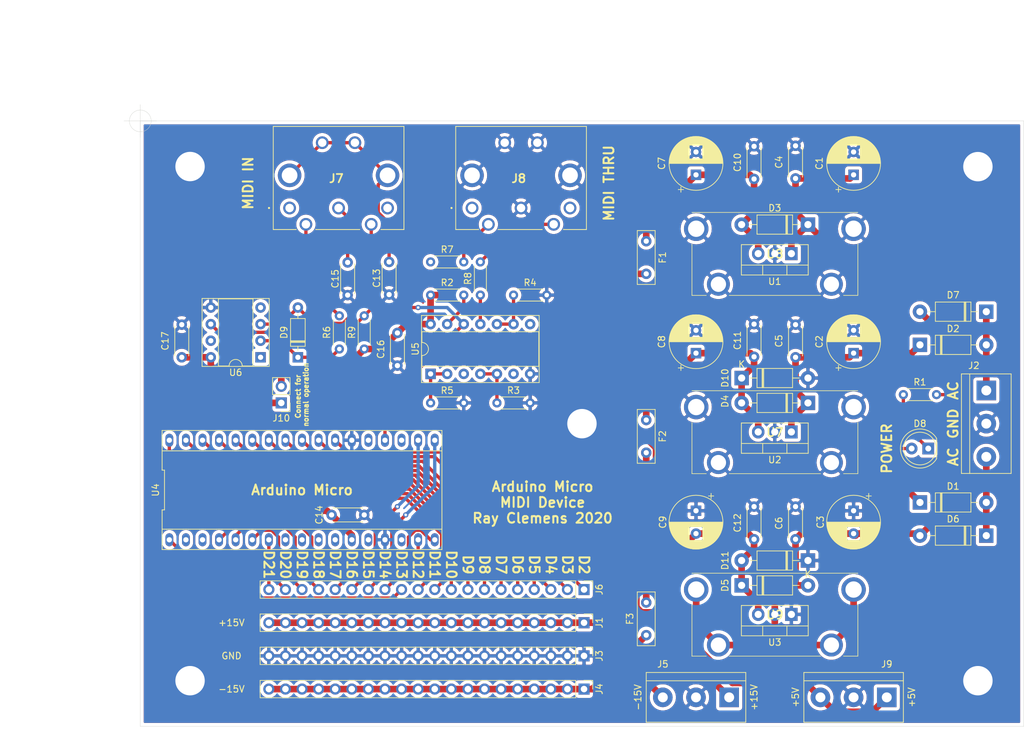
<source format=kicad_pcb>
(kicad_pcb (version 20171130) (host pcbnew "(5.1.6)-1")
  (layers (0 F.Cu signal) (31 B.Cu signal) (34 B.Paste user) (35 F.Paste user) (36 B.SilkS user) (37 F.SilkS user) (38 B.Mask user) (39 F.Mask user) (44 Edge.Cuts user))
  (net 0 "")
  (net 1 GND)
  (net 2 +VDC)
  (net 3 -VDC)
  (net 4 +5V)
  (net 5 +15V)
  (net 6 -15V)
  (net 7 "Net-(C13-Pad1)")
  (net 8 "Net-(C15-Pad1)")
  (net 9 "Net-(D1-Pad2)")
  (net 10 "Net-(D2-Pad2)")
  (net 11 "Net-(D8-Pad1)")
  (net 12 "Net-(D9-Pad2)")
  (net 13 "Net-(D9-Pad1)")
  (net 14 /D21)
  (net 15 /D20)
  (net 16 /D19)
  (net 17 /D18)
  (net 18 /D17)
  (net 19 /D16)
  (net 20 /D15)
  (net 21 /D14)
  (net 22 /D13)
  (net 23 /D12)
  (net 24 /D11)
  (net 25 /D10)
  (net 26 /D9)
  (net 27 /D8)
  (net 28 /D7)
  (net 29 /D6)
  (net 30 /D5)
  (net 31 /D4)
  (net 32 /D3)
  (net 33 /D2)
  (net 34 "Net-(J7-Pad4)")
  (net 35 "Net-(J7-Pad3)")
  (net 36 "Net-(J7-Pad1)")
  (net 37 "Net-(J8-Pad5)")
  (net 38 "Net-(J8-Pad4)")
  (net 39 "Net-(J8-Pad3)")
  (net 40 "Net-(J8-Pad1)")
  (net 41 "Net-(R2-Pad1)")
  (net 42 "Net-(R3-Pad1)")
  (net 43 "Net-(R4-Pad1)")
  (net 44 "Net-(R5-Pad1)")
  (net 45 "Net-(R8-Pad2)")
  (net 46 /TX)
  (net 47 "Net-(U5-Pad6)")
  (net 48 "Net-(U5-Pad3)")
  (net 49 "Net-(U5-Pad8)")
  (net 50 "Net-(U6-Pad4)")
  (net 51 "Net-(U6-Pad7)")
  (net 52 "Net-(U6-Pad1)")
  (net 53 "Net-(C10-Pad1)")
  (net 54 "Net-(C11-Pad1)")
  (net 55 "Net-(C12-Pad2)")
  (net 56 "Net-(U4-Pad15)")
  (net 57 /RX)
  (net 58 "Net-(U4-Pad13)")
  (net 59 "Net-(U4-Pad22)")
  (net 60 "Net-(U4-Pad11)")
  (net 61 "Net-(U4-Pad10)")
  (net 62 /D23)
  (net 63 /D22)
  (net 64 "Net-(U4-Pad3)")
  (net 65 "Net-(U4-Pad2)")
  (net 66 "Net-(C14-Pad2)")
  (module SamacSys_Parts:SDS50J (layer F.Cu) (at 107.315 65.405 180)
    (fp_text reference J7 (at -7.15 4.512) (layer F.SilkS) (effects (font (size 1.27 1.27) (thickness 0.254))))
    (fp_text value SDS-50J hide)
    (pad MH4 thru_hole circle (at -15 5 180) (size 3.6 3.6) (drill 2.4) (layers *.Cu *.Mask) (net 7 "Net-(C13-Pad1)"))
    (pad MH3 thru_hole circle (at 0 5 180) (size 3.6 3.6) (drill 2.4) (layers *.Cu *.Mask) (net 7 "Net-(C13-Pad1)"))
    (pad MH2 thru_hole circle (at -10 10 180) (size 1.95 1.95) (drill 1.3) (layers *.Cu *.Mask) (net 7 "Net-(C13-Pad1)"))
    (pad MH1 thru_hole circle (at -5 10 180) (size 1.95 1.95) (drill 1.3) (layers *.Cu *.Mask) (net 7 "Net-(C13-Pad1)"))
    (pad 5 thru_hole circle (at -12.5 -2.5 180) (size 1.95 1.95) (drill 1.3) (layers *.Cu *.Mask) (net 12 "Net-(D9-Pad2)"))
    (pad 4 thru_hole circle (at -2.5 -2.5 180) (size 1.95 1.95) (drill 1.3) (layers *.Cu *.Mask) (net 34 "Net-(J7-Pad4)"))
    (pad 3 thru_hole circle (at -15 0 180) (size 1.95 1.95) (drill 1.3) (layers *.Cu *.Mask) (net 35 "Net-(J7-Pad3)"))
    (pad 2 thru_hole circle (at -7.5 0 180) (size 1.95 1.95) (drill 1.3) (layers *.Cu *.Mask) (net 8 "Net-(C15-Pad1)"))
    (pad 1 thru_hole circle (at 0 0 180) (size 1.95 1.95) (drill 1.3) (layers *.Cu *.Mask) (net 36 "Net-(J7-Pad1)"))
  )
  (module Capacitor_THT:C_Disc_D4.3mm_W1.9mm_P5.00mm (layer F.Cu) (at 90.805 83.265 270)
    (fp_text reference C17 (at 2.5 2.54 90) (layer F.SilkS))
    (fp_text value 0.1uF)
    (pad 2 thru_hole circle (at 5 0 270) (size 1.6 1.6) (drill 0.8) (layers *.Cu *.Mask) (net 4 +5V))
    (pad 1 thru_hole circle (at 0 0 270) (size 1.6 1.6) (drill 0.8) (layers *.Cu *.Mask) (net 1 GND))
  )
  (module Diode_THT:D_DO-41_SOD81_P10.16mm_Horizontal (layer F.Cu) (at 186.69 119.38 180)
    (fp_text reference D11 (at 12.7 0 90) (layer F.SilkS))
    (fp_text value 1N4001)
    (fp_text user K (at 0 -2.1) (layer F.SilkS))
    (pad 2 thru_hole oval (at 10.16 0 180) (size 2.2 2.2) (drill 1.1) (layers *.Cu *.Mask) (net 55 "Net-(C12-Pad2)"))
    (pad 1 thru_hole rect (at 0 0 180) (size 2.2 2.2) (drill 1.1) (layers *.Cu *.Mask) (net 1 GND))
  )
  (module Diode_THT:D_DO-41_SOD81_P10.16mm_Horizontal (layer F.Cu) (at 176.53 91.44)
    (fp_text reference D10 (at -2.54 0 90) (layer F.SilkS))
    (fp_text value 1N4001)
    (fp_text user K (at 0 -2.1) (layer F.SilkS))
    (pad 2 thru_hole oval (at 10.16 0) (size 2.2 2.2) (drill 1.1) (layers *.Cu *.Mask) (net 1 GND))
    (pad 1 thru_hole rect (at 0 0) (size 2.2 2.2) (drill 1.1) (layers *.Cu *.Mask) (net 54 "Net-(C11-Pad1)"))
  )
  (module Package_DIP:DIP-34_600_ELL_Arduino_Micro (layer F.Cu) (at 109.22 108.585)
    (fp_text reference U4 (at -22.42 0 90) (layer F.SilkS))
    (fp_text value ARDUINO_MICRO_SHIELD)
    (pad 17 thru_hole oval (at 20.32 7.62) (size 1.2 2) (drill 0.8) (layers *.Cu *.Mask) (net 20 /D15))
    (pad 18 thru_hole oval (at 20.32 -7.62) (size 1.2 2) (drill 0.8) (layers *.Cu *.Mask) (net 19 /D16))
    (pad 16 thru_hole oval (at 17.78 7.62) (size 1.2 2) (drill 0.8) (layers *.Cu *.Mask) (net 21 /D14))
    (pad 19 thru_hole oval (at 17.78 -7.62) (size 1.2 2) (drill 0.8) (layers *.Cu *.Mask) (net 18 /D17))
    (pad 15 thru_hole oval (at 15.24 7.62) (size 1.2 2) (drill 0.8) (layers *.Cu *.Mask) (net 56 "Net-(U4-Pad15)"))
    (pad 20 thru_hole oval (at 15.24 -7.62) (size 1.2 2) (drill 0.8) (layers *.Cu *.Mask) (net 46 /TX))
    (pad 14 thru_hole oval (at 12.7 7.62) (size 1.2 2) (drill 0.8) (layers *.Cu *.Mask) (net 1 GND))
    (pad 21 thru_hole oval (at 12.7 -7.62) (size 1.2 2) (drill 0.8) (layers *.Cu *.Mask) (net 57 /RX))
    (pad 13 thru_hole oval (at 10.16 7.62) (size 1.2 2) (drill 0.8) (layers *.Cu *.Mask) (net 58 "Net-(U4-Pad13)"))
    (pad 22 thru_hole oval (at 10.16 -7.62) (size 1.2 2) (drill 0.8) (layers *.Cu *.Mask) (net 59 "Net-(U4-Pad22)"))
    (pad 12 thru_hole oval (at 7.62 7.62) (size 1.2 2) (drill 0.8) (layers *.Cu *.Mask) (net 66 "Net-(C14-Pad2)"))
    (pad 23 thru_hole oval (at 7.62 -7.62) (size 1.2 2) (drill 0.8) (layers *.Cu *.Mask) (net 1 GND))
    (pad 11 thru_hole oval (at 5.08 7.62) (size 1.2 2) (drill 0.8) (layers *.Cu *.Mask) (net 60 "Net-(U4-Pad11)"))
    (pad 24 thru_hole oval (at 5.08 -7.62) (size 1.2 2) (drill 0.8) (layers *.Cu *.Mask) (net 33 /D2))
    (pad 10 thru_hole oval (at 2.54 7.62) (size 1.2 2) (drill 0.8) (layers *.Cu *.Mask) (net 61 "Net-(U4-Pad10)"))
    (pad 25 thru_hole oval (at 2.54 -7.62) (size 1.2 2) (drill 0.8) (layers *.Cu *.Mask) (net 32 /D3))
    (pad 9 thru_hole oval (at 0 7.62) (size 1.2 2) (drill 0.8) (layers *.Cu *.Mask) (net 62 /D23))
    (pad 26 thru_hole oval (at 0 -7.62) (size 1.2 2) (drill 0.8) (layers *.Cu *.Mask) (net 31 /D4))
    (pad 8 thru_hole oval (at -2.54 7.62) (size 1.2 2) (drill 0.8) (layers *.Cu *.Mask) (net 63 /D22))
    (pad 27 thru_hole oval (at -2.54 -7.62) (size 1.2 2) (drill 0.8) (layers *.Cu *.Mask) (net 30 /D5))
    (pad 7 thru_hole oval (at -5.08 7.62) (size 1.2 2) (drill 0.8) (layers *.Cu *.Mask) (net 14 /D21))
    (pad 28 thru_hole oval (at -5.08 -7.62) (size 1.2 2) (drill 0.8) (layers *.Cu *.Mask) (net 29 /D6))
    (pad 6 thru_hole oval (at -7.62 7.62) (size 1.2 2) (drill 0.8) (layers *.Cu *.Mask) (net 15 /D20))
    (pad 29 thru_hole oval (at -7.62 -7.62) (size 1.2 2) (drill 0.8) (layers *.Cu *.Mask) (net 28 /D7))
    (pad 5 thru_hole oval (at -10.16 7.62) (size 1.2 2) (drill 0.8) (layers *.Cu *.Mask) (net 16 /D19))
    (pad 30 thru_hole oval (at -10.16 -7.62) (size 1.2 2) (drill 0.8) (layers *.Cu *.Mask) (net 27 /D8))
    (pad 4 thru_hole oval (at -12.7 7.62) (size 1.2 2) (drill 0.8) (layers *.Cu *.Mask) (net 17 /D18))
    (pad 31 thru_hole oval (at -12.7 -7.62) (size 1.2 2) (drill 0.8) (layers *.Cu *.Mask) (net 26 /D9))
    (pad 3 thru_hole oval (at -15.24 7.62) (size 1.2 2) (drill 0.8) (layers *.Cu *.Mask) (net 64 "Net-(U4-Pad3)"))
    (pad 32 thru_hole oval (at -15.24 -7.62) (size 1.2 2) (drill 0.8) (layers *.Cu *.Mask) (net 25 /D10))
    (pad 2 thru_hole oval (at -17.78 7.62) (size 1.2 2) (drill 0.8) (layers *.Cu *.Mask) (net 65 "Net-(U4-Pad2)"))
    (pad 33 thru_hole oval (at -17.78 -7.62) (size 1.2 2) (drill 0.8) (layers *.Cu *.Mask) (net 24 /D11))
    (pad 1 thru_hole oval (at -20.32 7.62) (size 1.2 2) (drill 0.8) (layers *.Cu *.Mask) (net 22 /D13))
    (pad 34 thru_hole oval (at -20.32 -7.62) (size 1.2 2) (drill 0.8) (layers *.Cu *.Mask) (net 23 /D12))
  )
  (module Connector_PinHeader_2.54mm:PinHeader_1x02_P2.54mm_Vertical (layer F.Cu) (at 106.045 95.25 180)
    (fp_text reference J10 (at 0 -2.33) (layer F.SilkS))
    (fp_text value Conn_01x02_Male)
    (pad 2 thru_hole oval (at 0 2.54 180) (size 1.7 1.7) (drill 1) (layers *.Cu *.Mask) (net 4 +5V))
    (pad 1 thru_hole rect (at 0 0 180) (size 1.7 1.7) (drill 1) (layers *.Cu *.Mask) (net 66 "Net-(C14-Pad2)"))
  )
  (module TerminalBlock:TerminalBlock_bornier-3_P5.08mm (layer F.Cu) (at 198.755 140.335 180)
    (fp_text reference J9 (at 0 5.08 180) (layer F.SilkS))
    (fp_text value Screw_Terminal_01x03)
    (pad 3 thru_hole circle (at 10.16 0 180) (size 3 3) (drill 1.52) (layers *.Cu *.Mask) (net 4 +5V))
    (pad 2 thru_hole circle (at 5.08 0 180) (size 3 3) (drill 1.52) (layers *.Cu *.Mask) (net 1 GND))
    (pad 1 thru_hole rect (at 0 0 180) (size 3 3) (drill 1.52) (layers *.Cu *.Mask) (net 4 +5V))
  )
  (module SamacSys_Parts:240118ABEH22 (layer F.Cu) (at 193.675 123.825 180)
    (fp_text reference U9 (at 12.05 -3.879) (layer F.SilkS) (effects (font (size 1.27 1.27) (thickness 0.254))))
    (fp_text value 240-118ABEH-22 hide)
    (pad 4 thru_hole circle (at 20.7 -8.5 180) (size 3.515 3.515) (drill 2.3431) (layers *.Cu *.Mask) (net 3 -VDC))
    (pad 3 thru_hole circle (at 3.4 -8.5 180) (size 3.515 3.515) (drill 2.3431) (layers *.Cu *.Mask) (net 3 -VDC))
    (pad 2 thru_hole circle (at 24.1 0 180) (size 3.75 3.75) (drill 2.5) (layers *.Cu *.Mask) (net 3 -VDC))
    (pad 1 thru_hole circle (at 0 0 180) (size 3.75 3.75) (drill 2.5) (layers *.Cu *.Mask) (net 3 -VDC))
  )
  (module SamacSys_Parts:240118ABEH22 (layer F.Cu) (at 193.675 68.58 180)
    (fp_text reference U8 (at 12.05 -3.879) (layer F.SilkS) (effects (font (size 1.27 1.27) (thickness 0.254))))
    (fp_text value 240-118ABEH-22 hide)
    (pad 4 thru_hole circle (at 20.7 -8.5 180) (size 3.515 3.515) (drill 2.3431) (layers *.Cu *.Mask) (net 1 GND))
    (pad 3 thru_hole circle (at 3.4 -8.5 180) (size 3.515 3.515) (drill 2.3431) (layers *.Cu *.Mask) (net 1 GND))
    (pad 2 thru_hole circle (at 24.1 0 180) (size 3.75 3.75) (drill 2.5) (layers *.Cu *.Mask) (net 1 GND))
    (pad 1 thru_hole circle (at 0 0 180) (size 3.75 3.75) (drill 2.5) (layers *.Cu *.Mask) (net 1 GND))
  )
  (module SamacSys_Parts:240118ABEH22 (layer F.Cu) (at 193.675 95.885 180)
    (fp_text reference U7 (at 12.05 -3.879) (layer F.SilkS) (effects (font (size 1.27 1.27) (thickness 0.254))))
    (fp_text value 240-118ABEH-22 hide)
    (pad 4 thru_hole circle (at 20.7 -8.5 180) (size 3.515 3.515) (drill 2.3431) (layers *.Cu *.Mask) (net 1 GND))
    (pad 3 thru_hole circle (at 3.4 -8.5 180) (size 3.515 3.515) (drill 2.3431) (layers *.Cu *.Mask) (net 1 GND))
    (pad 2 thru_hole circle (at 24.1 0 180) (size 3.75 3.75) (drill 2.5) (layers *.Cu *.Mask) (net 1 GND))
    (pad 1 thru_hole circle (at 0 0 180) (size 3.75 3.75) (drill 2.5) (layers *.Cu *.Mask) (net 1 GND))
  )
  (module Capacitor_THT:C_Disc_D8.0mm_W2.5mm_P5.00mm (layer F.Cu) (at 161.925 130.81 90)
    (fp_text reference F3 (at 2.5 -2.5 90) (layer F.SilkS))
    (fp_text value Polyfuse)
    (pad 2 thru_hole circle (at 5 0 90) (size 1.6 1.6) (drill 0.8) (layers *.Cu *.Mask) (net 55 "Net-(C12-Pad2)"))
    (pad 1 thru_hole circle (at 0 0 90) (size 1.6 1.6) (drill 0.8) (layers *.Cu *.Mask) (net 6 -15V))
  )
  (module Capacitor_THT:C_Disc_D8.0mm_W2.5mm_P5.00mm (layer F.Cu) (at 161.925 97.87 270)
    (fp_text reference F2 (at 2.5 -2.5 90) (layer F.SilkS))
    (fp_text value Polyfuse)
    (pad 2 thru_hole circle (at 5 0 270) (size 1.6 1.6) (drill 0.8) (layers *.Cu *.Mask) (net 5 +15V))
    (pad 1 thru_hole circle (at 0 0 270) (size 1.6 1.6) (drill 0.8) (layers *.Cu *.Mask) (net 54 "Net-(C11-Pad1)"))
  )
  (module Capacitor_THT:C_Disc_D8.0mm_W2.5mm_P5.00mm (layer F.Cu) (at 161.925 70.485 270)
    (fp_text reference F1 (at 2.5 -2.5 90) (layer F.SilkS))
    (fp_text value Polyfuse)
    (pad 2 thru_hole circle (at 5 0 270) (size 1.6 1.6) (drill 0.8) (layers *.Cu *.Mask) (net 4 +5V))
    (pad 1 thru_hole circle (at 0 0 270) (size 1.6 1.6) (drill 0.8) (layers *.Cu *.Mask) (net 53 "Net-(C10-Pad1)"))
  )
  (module Package_DIP:DIP-8_W7.62mm_Socket (layer F.Cu) (at 102.87 88.265 180)
    (fp_text reference U6 (at 3.81 -2.33) (layer F.SilkS))
    (fp_text value 6N138)
    (pad 8 thru_hole oval (at 7.62 0 180) (size 1.6 1.6) (drill 0.8) (layers *.Cu *.Mask) (net 4 +5V))
    (pad 4 thru_hole oval (at 0 7.62 180) (size 1.6 1.6) (drill 0.8) (layers *.Cu *.Mask) (net 50 "Net-(U6-Pad4)"))
    (pad 7 thru_hole oval (at 7.62 2.54 180) (size 1.6 1.6) (drill 0.8) (layers *.Cu *.Mask) (net 51 "Net-(U6-Pad7)"))
    (pad 3 thru_hole oval (at 0 5.08 180) (size 1.6 1.6) (drill 0.8) (layers *.Cu *.Mask) (net 12 "Net-(D9-Pad2)"))
    (pad 6 thru_hole oval (at 7.62 5.08 180) (size 1.6 1.6) (drill 0.8) (layers *.Cu *.Mask) (net 57 /RX))
    (pad 2 thru_hole oval (at 0 2.54 180) (size 1.6 1.6) (drill 0.8) (layers *.Cu *.Mask) (net 13 "Net-(D9-Pad1)"))
    (pad 5 thru_hole oval (at 7.62 7.62 180) (size 1.6 1.6) (drill 0.8) (layers *.Cu *.Mask) (net 1 GND))
    (pad 1 thru_hole rect (at 0 0 180) (size 1.6 1.6) (drill 0.8) (layers *.Cu *.Mask) (net 52 "Net-(U6-Pad1)"))
  )
  (module Package_DIP:DIP-14_W7.62mm_Socket (layer F.Cu) (at 128.905 90.805 90)
    (fp_text reference U5 (at 3.81 -2.33 90) (layer F.SilkS))
    (fp_text value 74LS126)
    (pad 14 thru_hole oval (at 7.62 0 90) (size 1.6 1.6) (drill 0.8) (layers *.Cu *.Mask) (net 4 +5V))
    (pad 7 thru_hole oval (at 0 15.24 90) (size 1.6 1.6) (drill 0.8) (layers *.Cu *.Mask) (net 1 GND))
    (pad 13 thru_hole oval (at 7.62 2.54 90) (size 1.6 1.6) (drill 0.8) (layers *.Cu *.Mask) (net 41 "Net-(R2-Pad1)"))
    (pad 6 thru_hole oval (at 0 12.7 90) (size 1.6 1.6) (drill 0.8) (layers *.Cu *.Mask) (net 47 "Net-(U5-Pad6)"))
    (pad 12 thru_hole oval (at 7.62 5.08 90) (size 1.6 1.6) (drill 0.8) (layers *.Cu *.Mask) (net 57 /RX))
    (pad 5 thru_hole oval (at 0 10.16 90) (size 1.6 1.6) (drill 0.8) (layers *.Cu *.Mask) (net 42 "Net-(R3-Pad1)"))
    (pad 11 thru_hole oval (at 7.62 7.62 90) (size 1.6 1.6) (drill 0.8) (layers *.Cu *.Mask) (net 45 "Net-(R8-Pad2)"))
    (pad 4 thru_hole oval (at 0 7.62 90) (size 1.6 1.6) (drill 0.8) (layers *.Cu *.Mask) (net 42 "Net-(R3-Pad1)"))
    (pad 10 thru_hole oval (at 7.62 10.16 90) (size 1.6 1.6) (drill 0.8) (layers *.Cu *.Mask) (net 43 "Net-(R4-Pad1)"))
    (pad 3 thru_hole oval (at 0 5.08 90) (size 1.6 1.6) (drill 0.8) (layers *.Cu *.Mask) (net 48 "Net-(U5-Pad3)"))
    (pad 9 thru_hole oval (at 7.62 12.7 90) (size 1.6 1.6) (drill 0.8) (layers *.Cu *.Mask) (net 43 "Net-(R4-Pad1)"))
    (pad 2 thru_hole oval (at 0 2.54 90) (size 1.6 1.6) (drill 0.8) (layers *.Cu *.Mask) (net 44 "Net-(R5-Pad1)"))
    (pad 8 thru_hole oval (at 7.62 15.24 90) (size 1.6 1.6) (drill 0.8) (layers *.Cu *.Mask) (net 49 "Net-(U5-Pad8)"))
    (pad 1 thru_hole rect (at 0 0 90) (size 1.6 1.6) (drill 0.8) (layers *.Cu *.Mask) (net 44 "Net-(R5-Pad1)"))
  )
  (module Package_TO_SOT_THT:TO-220-3_Vertical (layer F.Cu) (at 184.15 127.635 180)
    (fp_text reference U3 (at 2.54 -4.27) (layer F.SilkS))
    (fp_text value L7915)
    (pad 3 thru_hole oval (at 5.08 0 180) (size 1.905 2) (drill 1.1) (layers *.Cu *.Mask) (net 55 "Net-(C12-Pad2)"))
    (pad 2 thru_hole oval (at 2.54 0 180) (size 1.905 2) (drill 1.1) (layers *.Cu *.Mask) (net 3 -VDC))
    (pad 1 thru_hole rect (at 0 0 180) (size 1.905 2) (drill 1.1) (layers *.Cu *.Mask) (net 1 GND))
  )
  (module Package_TO_SOT_THT:TO-220-3_Vertical (layer F.Cu) (at 184.15 99.695 180)
    (fp_text reference U2 (at 2.54 -4.27) (layer F.SilkS))
    (fp_text value L7815)
    (pad 3 thru_hole oval (at 5.08 0 180) (size 1.905 2) (drill 1.1) (layers *.Cu *.Mask) (net 54 "Net-(C11-Pad1)"))
    (pad 2 thru_hole oval (at 2.54 0 180) (size 1.905 2) (drill 1.1) (layers *.Cu *.Mask) (net 1 GND))
    (pad 1 thru_hole rect (at 0 0 180) (size 1.905 2) (drill 1.1) (layers *.Cu *.Mask) (net 2 +VDC))
  )
  (module Package_TO_SOT_THT:TO-220-3_Vertical (layer F.Cu) (at 184.15 72.39 180)
    (fp_text reference U1 (at 2.54 -4.27) (layer F.SilkS))
    (fp_text value L7805)
    (pad 3 thru_hole oval (at 5.08 0 180) (size 1.905 2) (drill 1.1) (layers *.Cu *.Mask) (net 53 "Net-(C10-Pad1)"))
    (pad 2 thru_hole oval (at 2.54 0 180) (size 1.905 2) (drill 1.1) (layers *.Cu *.Mask) (net 1 GND))
    (pad 1 thru_hole rect (at 0 0 180) (size 1.905 2) (drill 1.1) (layers *.Cu *.Mask) (net 2 +VDC))
  )
  (module Resistor_THT:R_Axial_DIN0204_L3.6mm_D1.6mm_P5.08mm_Horizontal (layer F.Cu) (at 118.745 81.915 270)
    (fp_text reference R9 (at 2.54 1.905 90) (layer F.SilkS))
    (fp_text value 280)
    (pad 2 thru_hole oval (at 5.08 0 270) (size 1.4 1.4) (drill 0.7) (layers *.Cu *.Mask) (net 4 +5V))
    (pad 1 thru_hole circle (at 0 0 270) (size 1.4 1.4) (drill 0.7) (layers *.Cu *.Mask) (net 57 /RX))
  )
  (module Resistor_THT:R_Axial_DIN0204_L3.6mm_D1.6mm_P5.08mm_Horizontal (layer F.Cu) (at 136.525 73.66 270)
    (fp_text reference R8 (at 2.54 1.905 90) (layer F.SilkS))
    (fp_text value 220)
    (pad 2 thru_hole oval (at 5.08 0 270) (size 1.4 1.4) (drill 0.7) (layers *.Cu *.Mask) (net 45 "Net-(R8-Pad2)"))
    (pad 1 thru_hole circle (at 0 0 270) (size 1.4 1.4) (drill 0.7) (layers *.Cu *.Mask) (net 37 "Net-(J8-Pad5)"))
  )
  (module Resistor_THT:R_Axial_DIN0204_L3.6mm_D1.6mm_P5.08mm_Horizontal (layer F.Cu) (at 133.985 73.66 180)
    (fp_text reference R7 (at 2.54 1.905) (layer F.SilkS))
    (fp_text value 220)
    (pad 2 thru_hole oval (at 5.08 0 180) (size 1.4 1.4) (drill 0.7) (layers *.Cu *.Mask) (net 4 +5V))
    (pad 1 thru_hole circle (at 0 0 180) (size 1.4 1.4) (drill 0.7) (layers *.Cu *.Mask) (net 38 "Net-(J8-Pad4)"))
  )
  (module Resistor_THT:R_Axial_DIN0204_L3.6mm_D1.6mm_P5.08mm_Horizontal (layer F.Cu) (at 114.935 86.995 90)
    (fp_text reference R6 (at 2.54 -1.92 90) (layer F.SilkS))
    (fp_text value 220)
    (pad 2 thru_hole oval (at 5.08 0 90) (size 1.4 1.4) (drill 0.7) (layers *.Cu *.Mask) (net 34 "Net-(J7-Pad4)"))
    (pad 1 thru_hole circle (at 0 0 90) (size 1.4 1.4) (drill 0.7) (layers *.Cu *.Mask) (net 13 "Net-(D9-Pad1)"))
  )
  (module Resistor_THT:R_Axial_DIN0204_L3.6mm_D1.6mm_P5.08mm_Horizontal (layer F.Cu) (at 128.905 95.25)
    (fp_text reference R5 (at 2.54 -1.905) (layer F.SilkS))
    (fp_text value 220)
    (pad 2 thru_hole oval (at 5.08 0) (size 1.4 1.4) (drill 0.7) (layers *.Cu *.Mask) (net 1 GND))
    (pad 1 thru_hole circle (at 0 0) (size 1.4 1.4) (drill 0.7) (layers *.Cu *.Mask) (net 44 "Net-(R5-Pad1)"))
  )
  (module Resistor_THT:R_Axial_DIN0204_L3.6mm_D1.6mm_P5.08mm_Horizontal (layer F.Cu) (at 141.605 78.74)
    (fp_text reference R4 (at 2.54 -1.905) (layer F.SilkS))
    (fp_text value 220)
    (pad 2 thru_hole oval (at 5.08 0) (size 1.4 1.4) (drill 0.7) (layers *.Cu *.Mask) (net 1 GND))
    (pad 1 thru_hole circle (at 0 0) (size 1.4 1.4) (drill 0.7) (layers *.Cu *.Mask) (net 43 "Net-(R4-Pad1)"))
  )
  (module Resistor_THT:R_Axial_DIN0204_L3.6mm_D1.6mm_P5.08mm_Horizontal (layer F.Cu) (at 139.065 95.25)
    (fp_text reference R3 (at 2.54 -1.92) (layer F.SilkS))
    (fp_text value 220)
    (pad 2 thru_hole oval (at 5.08 0) (size 1.4 1.4) (drill 0.7) (layers *.Cu *.Mask) (net 1 GND))
    (pad 1 thru_hole circle (at 0 0) (size 1.4 1.4) (drill 0.7) (layers *.Cu *.Mask) (net 42 "Net-(R3-Pad1)"))
  )
  (module Resistor_THT:R_Axial_DIN0204_L3.6mm_D1.6mm_P5.08mm_Horizontal (layer F.Cu) (at 133.985 78.74 180)
    (fp_text reference R2 (at 2.54 1.905) (layer F.SilkS))
    (fp_text value 220)
    (pad 2 thru_hole oval (at 5.08 0 180) (size 1.4 1.4) (drill 0.7) (layers *.Cu *.Mask) (net 4 +5V))
    (pad 1 thru_hole circle (at 0 0 180) (size 1.4 1.4) (drill 0.7) (layers *.Cu *.Mask) (net 41 "Net-(R2-Pad1)"))
  )
  (module Resistor_THT:R_Axial_DIN0204_L3.6mm_D1.6mm_P5.08mm_Horizontal (layer F.Cu) (at 201.295 93.98)
    (fp_text reference R1 (at 2.54 -1.92) (layer F.SilkS))
    (fp_text value 2.2K)
    (pad 2 thru_hole oval (at 5.08 0) (size 1.4 1.4) (drill 0.7) (layers *.Cu *.Mask) (net 3 -VDC))
    (pad 1 thru_hole circle (at 0 0) (size 1.4 1.4) (drill 0.7) (layers *.Cu *.Mask) (net 11 "Net-(D8-Pad1)"))
  )
  (module SamacSys_Parts:SDS50J (layer F.Cu) (at 135.255 65.405 180)
    (fp_text reference J8 (at -7.15 4.512) (layer F.SilkS) (effects (font (size 1.27 1.27) (thickness 0.254))))
    (fp_text value SDS-50J hide)
    (pad MH4 thru_hole circle (at -15 5 180) (size 3.6 3.6) (drill 2.4) (layers *.Cu *.Mask) (net 1 GND))
    (pad MH3 thru_hole circle (at 0 5 180) (size 3.6 3.6) (drill 2.4) (layers *.Cu *.Mask) (net 1 GND))
    (pad MH2 thru_hole circle (at -10 10 180) (size 1.95 1.95) (drill 1.3) (layers *.Cu *.Mask) (net 1 GND))
    (pad MH1 thru_hole circle (at -5 10 180) (size 1.95 1.95) (drill 1.3) (layers *.Cu *.Mask) (net 1 GND))
    (pad 5 thru_hole circle (at -12.5 -2.5 180) (size 1.95 1.95) (drill 1.3) (layers *.Cu *.Mask) (net 37 "Net-(J8-Pad5)"))
    (pad 4 thru_hole circle (at -2.5 -2.5 180) (size 1.95 1.95) (drill 1.3) (layers *.Cu *.Mask) (net 38 "Net-(J8-Pad4)"))
    (pad 3 thru_hole circle (at -15 0 180) (size 1.95 1.95) (drill 1.3) (layers *.Cu *.Mask) (net 39 "Net-(J8-Pad3)"))
    (pad 2 thru_hole circle (at -7.5 0 180) (size 1.95 1.95) (drill 1.3) (layers *.Cu *.Mask) (net 1 GND))
    (pad 1 thru_hole circle (at 0 0 180) (size 1.95 1.95) (drill 1.3) (layers *.Cu *.Mask) (net 40 "Net-(J8-Pad1)"))
  )
  (module Connector_PinHeader_2.54mm:PinHeader_1x20_P2.54mm_Vertical (layer F.Cu) (at 152.4 123.825 270)
    (fp_text reference J6 (at 0 -2.33 90) (layer F.SilkS))
    (fp_text value Conn_01x20_Male)
    (pad 20 thru_hole oval (at 0 48.26 270) (size 1.7 1.7) (drill 1) (layers *.Cu *.Mask) (net 14 /D21))
    (pad 19 thru_hole oval (at 0 45.72 270) (size 1.7 1.7) (drill 1) (layers *.Cu *.Mask) (net 15 /D20))
    (pad 18 thru_hole oval (at 0 43.18 270) (size 1.7 1.7) (drill 1) (layers *.Cu *.Mask) (net 16 /D19))
    (pad 17 thru_hole oval (at 0 40.64 270) (size 1.7 1.7) (drill 1) (layers *.Cu *.Mask) (net 17 /D18))
    (pad 16 thru_hole oval (at 0 38.1 270) (size 1.7 1.7) (drill 1) (layers *.Cu *.Mask) (net 18 /D17))
    (pad 15 thru_hole oval (at 0 35.56 270) (size 1.7 1.7) (drill 1) (layers *.Cu *.Mask) (net 19 /D16))
    (pad 14 thru_hole oval (at 0 33.02 270) (size 1.7 1.7) (drill 1) (layers *.Cu *.Mask) (net 20 /D15))
    (pad 13 thru_hole oval (at 0 30.48 270) (size 1.7 1.7) (drill 1) (layers *.Cu *.Mask) (net 21 /D14))
    (pad 12 thru_hole oval (at 0 27.94 270) (size 1.7 1.7) (drill 1) (layers *.Cu *.Mask) (net 22 /D13))
    (pad 11 thru_hole oval (at 0 25.4 270) (size 1.7 1.7) (drill 1) (layers *.Cu *.Mask) (net 23 /D12))
    (pad 10 thru_hole oval (at 0 22.86 270) (size 1.7 1.7) (drill 1) (layers *.Cu *.Mask) (net 24 /D11))
    (pad 9 thru_hole oval (at 0 20.32 270) (size 1.7 1.7) (drill 1) (layers *.Cu *.Mask) (net 25 /D10))
    (pad 8 thru_hole oval (at 0 17.78 270) (size 1.7 1.7) (drill 1) (layers *.Cu *.Mask) (net 26 /D9))
    (pad 7 thru_hole oval (at 0 15.24 270) (size 1.7 1.7) (drill 1) (layers *.Cu *.Mask) (net 27 /D8))
    (pad 6 thru_hole oval (at 0 12.7 270) (size 1.7 1.7) (drill 1) (layers *.Cu *.Mask) (net 28 /D7))
    (pad 5 thru_hole oval (at 0 10.16 270) (size 1.7 1.7) (drill 1) (layers *.Cu *.Mask) (net 29 /D6))
    (pad 4 thru_hole oval (at 0 7.62 270) (size 1.7 1.7) (drill 1) (layers *.Cu *.Mask) (net 30 /D5))
    (pad 3 thru_hole oval (at 0 5.08 270) (size 1.7 1.7) (drill 1) (layers *.Cu *.Mask) (net 31 /D4))
    (pad 2 thru_hole oval (at 0 2.54 270) (size 1.7 1.7) (drill 1) (layers *.Cu *.Mask) (net 32 /D3))
    (pad 1 thru_hole rect (at 0 0 270) (size 1.7 1.7) (drill 1) (layers *.Cu *.Mask) (net 33 /D2))
  )
  (module TerminalBlock:TerminalBlock_bornier-3_P5.08mm (layer F.Cu) (at 174.625 140.335 180)
    (fp_text reference J5 (at 10.16 5.08 180) (layer F.SilkS))
    (fp_text value Screw_Terminal_01x03)
    (pad 3 thru_hole circle (at 10.16 0 180) (size 3 3) (drill 1.52) (layers *.Cu *.Mask) (net 6 -15V))
    (pad 2 thru_hole circle (at 5.08 0 180) (size 3 3) (drill 1.52) (layers *.Cu *.Mask) (net 1 GND))
    (pad 1 thru_hole rect (at 0 0 180) (size 3 3) (drill 1.52) (layers *.Cu *.Mask) (net 5 +15V))
  )
  (module Connector_PinHeader_2.54mm:PinHeader_1x20_P2.54mm_Vertical (layer F.Cu) (at 152.4 139.065 270)
    (fp_text reference J4 (at 0 -2.33 90) (layer F.SilkS))
    (fp_text value Conn_01x20_Male)
    (pad 20 thru_hole oval (at 0 48.26 270) (size 1.7 1.7) (drill 1) (layers *.Cu *.Mask) (net 6 -15V))
    (pad 19 thru_hole oval (at 0 45.72 270) (size 1.7 1.7) (drill 1) (layers *.Cu *.Mask) (net 6 -15V))
    (pad 18 thru_hole oval (at 0 43.18 270) (size 1.7 1.7) (drill 1) (layers *.Cu *.Mask) (net 6 -15V))
    (pad 17 thru_hole oval (at 0 40.64 270) (size 1.7 1.7) (drill 1) (layers *.Cu *.Mask) (net 6 -15V))
    (pad 16 thru_hole oval (at 0 38.1 270) (size 1.7 1.7) (drill 1) (layers *.Cu *.Mask) (net 6 -15V))
    (pad 15 thru_hole oval (at 0 35.56 270) (size 1.7 1.7) (drill 1) (layers *.Cu *.Mask) (net 6 -15V))
    (pad 14 thru_hole oval (at 0 33.02 270) (size 1.7 1.7) (drill 1) (layers *.Cu *.Mask) (net 6 -15V))
    (pad 13 thru_hole oval (at 0 30.48 270) (size 1.7 1.7) (drill 1) (layers *.Cu *.Mask) (net 6 -15V))
    (pad 12 thru_hole oval (at 0 27.94 270) (size 1.7 1.7) (drill 1) (layers *.Cu *.Mask) (net 6 -15V))
    (pad 11 thru_hole oval (at 0 25.4 270) (size 1.7 1.7) (drill 1) (layers *.Cu *.Mask) (net 6 -15V))
    (pad 10 thru_hole oval (at 0 22.86 270) (size 1.7 1.7) (drill 1) (layers *.Cu *.Mask) (net 6 -15V))
    (pad 9 thru_hole oval (at 0 20.32 270) (size 1.7 1.7) (drill 1) (layers *.Cu *.Mask) (net 6 -15V))
    (pad 8 thru_hole oval (at 0 17.78 270) (size 1.7 1.7) (drill 1) (layers *.Cu *.Mask) (net 6 -15V))
    (pad 7 thru_hole oval (at 0 15.24 270) (size 1.7 1.7) (drill 1) (layers *.Cu *.Mask) (net 6 -15V))
    (pad 6 thru_hole oval (at 0 12.7 270) (size 1.7 1.7) (drill 1) (layers *.Cu *.Mask) (net 6 -15V))
    (pad 5 thru_hole oval (at 0 10.16 270) (size 1.7 1.7) (drill 1) (layers *.Cu *.Mask) (net 6 -15V))
    (pad 4 thru_hole oval (at 0 7.62 270) (size 1.7 1.7) (drill 1) (layers *.Cu *.Mask) (net 6 -15V))
    (pad 3 thru_hole oval (at 0 5.08 270) (size 1.7 1.7) (drill 1) (layers *.Cu *.Mask) (net 6 -15V))
    (pad 2 thru_hole oval (at 0 2.54 270) (size 1.7 1.7) (drill 1) (layers *.Cu *.Mask) (net 6 -15V))
    (pad 1 thru_hole rect (at 0 0 270) (size 1.7 1.7) (drill 1) (layers *.Cu *.Mask) (net 6 -15V))
  )
  (module Connector_PinHeader_2.54mm:PinHeader_1x20_P2.54mm_Vertical (layer F.Cu) (at 152.4 133.985 270)
    (fp_text reference J3 (at 0 -2.33 90) (layer F.SilkS))
    (fp_text value Conn_01x20_Male)
    (pad 20 thru_hole oval (at 0 48.26 270) (size 1.7 1.7) (drill 1) (layers *.Cu *.Mask) (net 1 GND))
    (pad 19 thru_hole oval (at 0 45.72 270) (size 1.7 1.7) (drill 1) (layers *.Cu *.Mask) (net 1 GND))
    (pad 18 thru_hole oval (at 0 43.18 270) (size 1.7 1.7) (drill 1) (layers *.Cu *.Mask) (net 1 GND))
    (pad 17 thru_hole oval (at 0 40.64 270) (size 1.7 1.7) (drill 1) (layers *.Cu *.Mask) (net 1 GND))
    (pad 16 thru_hole oval (at 0 38.1 270) (size 1.7 1.7) (drill 1) (layers *.Cu *.Mask) (net 1 GND))
    (pad 15 thru_hole oval (at 0 35.56 270) (size 1.7 1.7) (drill 1) (layers *.Cu *.Mask) (net 1 GND))
    (pad 14 thru_hole oval (at 0 33.02 270) (size 1.7 1.7) (drill 1) (layers *.Cu *.Mask) (net 1 GND))
    (pad 13 thru_hole oval (at 0 30.48 270) (size 1.7 1.7) (drill 1) (layers *.Cu *.Mask) (net 1 GND))
    (pad 12 thru_hole oval (at 0 27.94 270) (size 1.7 1.7) (drill 1) (layers *.Cu *.Mask) (net 1 GND))
    (pad 11 thru_hole oval (at 0 25.4 270) (size 1.7 1.7) (drill 1) (layers *.Cu *.Mask) (net 1 GND))
    (pad 10 thru_hole oval (at 0 22.86 270) (size 1.7 1.7) (drill 1) (layers *.Cu *.Mask) (net 1 GND))
    (pad 9 thru_hole oval (at 0 20.32 270) (size 1.7 1.7) (drill 1) (layers *.Cu *.Mask) (net 1 GND))
    (pad 8 thru_hole oval (at 0 17.78 270) (size 1.7 1.7) (drill 1) (layers *.Cu *.Mask) (net 1 GND))
    (pad 7 thru_hole oval (at 0 15.24 270) (size 1.7 1.7) (drill 1) (layers *.Cu *.Mask) (net 1 GND))
    (pad 6 thru_hole oval (at 0 12.7 270) (size 1.7 1.7) (drill 1) (layers *.Cu *.Mask) (net 1 GND))
    (pad 5 thru_hole oval (at 0 10.16 270) (size 1.7 1.7) (drill 1) (layers *.Cu *.Mask) (net 1 GND))
    (pad 4 thru_hole oval (at 0 7.62 270) (size 1.7 1.7) (drill 1) (layers *.Cu *.Mask) (net 1 GND))
    (pad 3 thru_hole oval (at 0 5.08 270) (size 1.7 1.7) (drill 1) (layers *.Cu *.Mask) (net 1 GND))
    (pad 2 thru_hole oval (at 0 2.54 270) (size 1.7 1.7) (drill 1) (layers *.Cu *.Mask) (net 1 GND))
    (pad 1 thru_hole rect (at 0 0 270) (size 1.7 1.7) (drill 1) (layers *.Cu *.Mask) (net 1 GND))
  )
  (module TerminalBlock:TerminalBlock_bornier-3_P5.08mm (layer F.Cu) (at 213.995 93.345 270)
    (fp_text reference J2 (at -3.81 1.905 180) (layer F.SilkS))
    (fp_text value Screw_Terminal_01x03)
    (pad 3 thru_hole circle (at 10.16 0 270) (size 3 3) (drill 1.52) (layers *.Cu *.Mask) (net 9 "Net-(D1-Pad2)"))
    (pad 2 thru_hole circle (at 5.08 0 270) (size 3 3) (drill 1.52) (layers *.Cu *.Mask) (net 1 GND))
    (pad 1 thru_hole rect (at 0 0 270) (size 3 3) (drill 1.52) (layers *.Cu *.Mask) (net 10 "Net-(D2-Pad2)"))
  )
  (module Connector_PinHeader_2.54mm:PinHeader_1x20_P2.54mm_Vertical (layer F.Cu) (at 152.4 128.905 270)
    (fp_text reference J1 (at 0 -2.33 90) (layer F.SilkS))
    (fp_text value Conn_01x20_Male)
    (pad 20 thru_hole oval (at 0 48.26 270) (size 1.7 1.7) (drill 1) (layers *.Cu *.Mask) (net 5 +15V))
    (pad 19 thru_hole oval (at 0 45.72 270) (size 1.7 1.7) (drill 1) (layers *.Cu *.Mask) (net 5 +15V))
    (pad 18 thru_hole oval (at 0 43.18 270) (size 1.7 1.7) (drill 1) (layers *.Cu *.Mask) (net 5 +15V))
    (pad 17 thru_hole oval (at 0 40.64 270) (size 1.7 1.7) (drill 1) (layers *.Cu *.Mask) (net 5 +15V))
    (pad 16 thru_hole oval (at 0 38.1 270) (size 1.7 1.7) (drill 1) (layers *.Cu *.Mask) (net 5 +15V))
    (pad 15 thru_hole oval (at 0 35.56 270) (size 1.7 1.7) (drill 1) (layers *.Cu *.Mask) (net 5 +15V))
    (pad 14 thru_hole oval (at 0 33.02 270) (size 1.7 1.7) (drill 1) (layers *.Cu *.Mask) (net 5 +15V))
    (pad 13 thru_hole oval (at 0 30.48 270) (size 1.7 1.7) (drill 1) (layers *.Cu *.Mask) (net 5 +15V))
    (pad 12 thru_hole oval (at 0 27.94 270) (size 1.7 1.7) (drill 1) (layers *.Cu *.Mask) (net 5 +15V))
    (pad 11 thru_hole oval (at 0 25.4 270) (size 1.7 1.7) (drill 1) (layers *.Cu *.Mask) (net 5 +15V))
    (pad 10 thru_hole oval (at 0 22.86 270) (size 1.7 1.7) (drill 1) (layers *.Cu *.Mask) (net 5 +15V))
    (pad 9 thru_hole oval (at 0 20.32 270) (size 1.7 1.7) (drill 1) (layers *.Cu *.Mask) (net 5 +15V))
    (pad 8 thru_hole oval (at 0 17.78 270) (size 1.7 1.7) (drill 1) (layers *.Cu *.Mask) (net 5 +15V))
    (pad 7 thru_hole oval (at 0 15.24 270) (size 1.7 1.7) (drill 1) (layers *.Cu *.Mask) (net 5 +15V))
    (pad 6 thru_hole oval (at 0 12.7 270) (size 1.7 1.7) (drill 1) (layers *.Cu *.Mask) (net 5 +15V))
    (pad 5 thru_hole oval (at 0 10.16 270) (size 1.7 1.7) (drill 1) (layers *.Cu *.Mask) (net 5 +15V))
    (pad 4 thru_hole oval (at 0 7.62 270) (size 1.7 1.7) (drill 1) (layers *.Cu *.Mask) (net 5 +15V))
    (pad 3 thru_hole oval (at 0 5.08 270) (size 1.7 1.7) (drill 1) (layers *.Cu *.Mask) (net 5 +15V))
    (pad 2 thru_hole oval (at 0 2.54 270) (size 1.7 1.7) (drill 1) (layers *.Cu *.Mask) (net 5 +15V))
    (pad 1 thru_hole rect (at 0 0 270) (size 1.7 1.7) (drill 1) (layers *.Cu *.Mask) (net 5 +15V))
  )
  (module Diode_THT:D_DO-35_SOD27_P7.62mm_Horizontal (layer F.Cu) (at 108.585 88.265 90)
    (fp_text reference D9 (at 3.81 -2.12 90) (layer F.SilkS))
    (fp_text value 1N914)
    (pad 2 thru_hole oval (at 7.62 0 90) (size 1.6 1.6) (drill 0.8) (layers *.Cu *.Mask) (net 12 "Net-(D9-Pad2)"))
    (pad 1 thru_hole rect (at 0 0 90) (size 1.6 1.6) (drill 0.8) (layers *.Cu *.Mask) (net 13 "Net-(D9-Pad1)"))
  )
  (module LED_THT:LED_D5.0mm (layer F.Cu) (at 205.105 102.235 180)
    (fp_text reference D8 (at 1.27 3.81) (layer F.SilkS))
    (fp_text value LED)
    (pad 2 thru_hole circle (at 2.54 0 180) (size 1.8 1.8) (drill 0.9) (layers *.Cu *.Mask) (net 2 +VDC))
    (pad 1 thru_hole rect (at 0 0 180) (size 1.8 1.8) (drill 0.9) (layers *.Cu *.Mask) (net 11 "Net-(D8-Pad1)"))
  )
  (module Diode_THT:D_DO-41_SOD81_P10.16mm_Horizontal (layer F.Cu) (at 213.995 81.28 180)
    (fp_text reference D7 (at 5.08 2.54) (layer F.SilkS))
    (fp_text value 1N4001)
    (pad 2 thru_hole oval (at 10.16 0 180) (size 2.2 2.2) (drill 1.1) (layers *.Cu *.Mask) (net 3 -VDC))
    (pad 1 thru_hole rect (at 0 0 180) (size 2.2 2.2) (drill 1.1) (layers *.Cu *.Mask) (net 10 "Net-(D2-Pad2)"))
  )
  (module Diode_THT:D_DO-41_SOD81_P10.16mm_Horizontal (layer F.Cu) (at 213.995 115.57 180)
    (fp_text reference D6 (at 5.08 2.54) (layer F.SilkS))
    (fp_text value 1N4001)
    (pad 2 thru_hole oval (at 10.16 0 180) (size 2.2 2.2) (drill 1.1) (layers *.Cu *.Mask) (net 3 -VDC))
    (pad 1 thru_hole rect (at 0 0 180) (size 2.2 2.2) (drill 1.1) (layers *.Cu *.Mask) (net 9 "Net-(D1-Pad2)"))
  )
  (module Diode_THT:D_DO-41_SOD81_P10.16mm_Horizontal (layer F.Cu) (at 176.53 123.19)
    (fp_text reference D5 (at -2.54 0 90) (layer F.SilkS))
    (fp_text value 1N4001)
    (pad 2 thru_hole oval (at 10.16 0) (size 2.2 2.2) (drill 1.1) (layers *.Cu *.Mask) (net 3 -VDC))
    (pad 1 thru_hole rect (at 0 0) (size 2.2 2.2) (drill 1.1) (layers *.Cu *.Mask) (net 55 "Net-(C12-Pad2)"))
  )
  (module Diode_THT:D_DO-41_SOD81_P10.16mm_Horizontal (layer F.Cu) (at 186.69 95.25 180)
    (fp_text reference D4 (at 12.7 0.254 90) (layer F.SilkS))
    (fp_text value 1N4001)
    (pad 2 thru_hole oval (at 10.16 0 180) (size 2.2 2.2) (drill 1.1) (layers *.Cu *.Mask) (net 54 "Net-(C11-Pad1)"))
    (pad 1 thru_hole rect (at 0 0 180) (size 2.2 2.2) (drill 1.1) (layers *.Cu *.Mask) (net 2 +VDC))
  )
  (module Diode_THT:D_DO-41_SOD81_P10.16mm_Horizontal (layer F.Cu) (at 186.69 67.945 180)
    (fp_text reference D3 (at 5.08 2.54) (layer F.SilkS))
    (fp_text value 1N4001)
    (pad 2 thru_hole oval (at 10.16 0 180) (size 2.2 2.2) (drill 1.1) (layers *.Cu *.Mask) (net 53 "Net-(C10-Pad1)"))
    (pad 1 thru_hole rect (at 0 0 180) (size 2.2 2.2) (drill 1.1) (layers *.Cu *.Mask) (net 2 +VDC))
  )
  (module Diode_THT:D_DO-41_SOD81_P10.16mm_Horizontal (layer F.Cu) (at 203.835 86.36)
    (fp_text reference D2 (at 5.08 -2.47) (layer F.SilkS))
    (fp_text value 1N4001)
    (pad 2 thru_hole oval (at 10.16 0) (size 2.2 2.2) (drill 1.1) (layers *.Cu *.Mask) (net 10 "Net-(D2-Pad2)"))
    (pad 1 thru_hole rect (at 0 0) (size 2.2 2.2) (drill 1.1) (layers *.Cu *.Mask) (net 2 +VDC))
  )
  (module Diode_THT:D_DO-41_SOD81_P10.16mm_Horizontal (layer F.Cu) (at 203.835 110.49)
    (fp_text reference D1 (at 5.08 -2.47) (layer F.SilkS))
    (fp_text value 1N4001)
    (pad 2 thru_hole oval (at 10.16 0) (size 2.2 2.2) (drill 1.1) (layers *.Cu *.Mask) (net 9 "Net-(D1-Pad2)"))
    (pad 1 thru_hole rect (at 0 0) (size 2.2 2.2) (drill 1.1) (layers *.Cu *.Mask) (net 2 +VDC))
  )
  (module Capacitor_THT:C_Disc_D4.3mm_W1.9mm_P5.00mm (layer F.Cu) (at 123.825 84.535 270)
    (fp_text reference C16 (at 2.5 2.54 90) (layer F.SilkS))
    (fp_text value 0.1uF)
    (pad 2 thru_hole circle (at 5 0 270) (size 1.6 1.6) (drill 0.8) (layers *.Cu *.Mask) (net 1 GND))
    (pad 1 thru_hole circle (at 0 0 270) (size 1.6 1.6) (drill 0.8) (layers *.Cu *.Mask) (net 4 +5V))
  )
  (module Capacitor_THT:C_Disc_D4.3mm_W1.9mm_P5.00mm (layer F.Cu) (at 116.205 73.74 270)
    (fp_text reference C15 (at 2.5 1.905 90) (layer F.SilkS))
    (fp_text value 0.1uF)
    (pad 2 thru_hole circle (at 5 0 270) (size 1.6 1.6) (drill 0.8) (layers *.Cu *.Mask) (net 1 GND))
    (pad 1 thru_hole circle (at 0 0 270) (size 1.6 1.6) (drill 0.8) (layers *.Cu *.Mask) (net 8 "Net-(C15-Pad1)"))
  )
  (module Capacitor_THT:C_Disc_D4.3mm_W1.9mm_P5.00mm (layer F.Cu) (at 118.745 112.395 180)
    (fp_text reference C14 (at 6.905 0 90) (layer F.SilkS))
    (fp_text value 0.1uF)
    (pad 2 thru_hole circle (at 5 0 180) (size 1.6 1.6) (drill 0.8) (layers *.Cu *.Mask) (net 66 "Net-(C14-Pad2)"))
    (pad 1 thru_hole circle (at 0 0 180) (size 1.6 1.6) (drill 0.8) (layers *.Cu *.Mask) (net 1 GND))
  )
  (module Capacitor_THT:C_Disc_D4.3mm_W1.9mm_P5.00mm (layer F.Cu) (at 122.555 73.66 270)
    (fp_text reference C13 (at 2.5 1.905 90) (layer F.SilkS))
    (fp_text value 0.1uF)
    (pad 2 thru_hole circle (at 5 0 270) (size 1.6 1.6) (drill 0.8) (layers *.Cu *.Mask) (net 1 GND))
    (pad 1 thru_hole circle (at 0 0 270) (size 1.6 1.6) (drill 0.8) (layers *.Cu *.Mask) (net 7 "Net-(C13-Pad1)"))
  )
  (module Capacitor_THT:C_Disc_D4.3mm_W1.9mm_P5.00mm (layer F.Cu) (at 178.435 111.125 270)
    (fp_text reference C12 (at 2.5 2.54 90) (layer F.SilkS))
    (fp_text value 0.1uF)
    (pad 2 thru_hole circle (at 5 0 270) (size 1.6 1.6) (drill 0.8) (layers *.Cu *.Mask) (net 55 "Net-(C12-Pad2)"))
    (pad 1 thru_hole circle (at 0 0 270) (size 1.6 1.6) (drill 0.8) (layers *.Cu *.Mask) (net 1 GND))
  )
  (module Capacitor_THT:C_Disc_D4.3mm_W1.9mm_P5.00mm (layer F.Cu) (at 178.435 88.185 90)
    (fp_text reference C11 (at 2.5 -2.54 90) (layer F.SilkS))
    (fp_text value 0.1uF)
    (pad 2 thru_hole circle (at 5 0 90) (size 1.6 1.6) (drill 0.8) (layers *.Cu *.Mask) (net 1 GND))
    (pad 1 thru_hole circle (at 0 0 90) (size 1.6 1.6) (drill 0.8) (layers *.Cu *.Mask) (net 54 "Net-(C11-Pad1)"))
  )
  (module Capacitor_THT:C_Disc_D4.3mm_W1.9mm_P5.00mm (layer F.Cu) (at 178.435 60.96 90)
    (fp_text reference C10 (at 2.54 -2.54 90) (layer F.SilkS))
    (fp_text value 0.1uF)
    (pad 2 thru_hole circle (at 5 0 90) (size 1.6 1.6) (drill 0.8) (layers *.Cu *.Mask) (net 1 GND))
    (pad 1 thru_hole circle (at 0 0 90) (size 1.6 1.6) (drill 0.8) (layers *.Cu *.Mask) (net 53 "Net-(C10-Pad1)"))
  )
  (module Capacitor_THT:CP_Radial_D8.0mm_P3.50mm (layer F.Cu) (at 169.545 111.76 270)
    (fp_text reference C9 (at 1.75 5.08 90) (layer F.SilkS))
    (fp_text value 100uF)
    (pad 2 thru_hole circle (at 3.5 0 270) (size 1.6 1.6) (drill 0.8) (layers *.Cu *.Mask) (net 55 "Net-(C12-Pad2)"))
    (pad 1 thru_hole rect (at 0 0 270) (size 1.6 1.6) (drill 0.8) (layers *.Cu *.Mask) (net 1 GND))
  )
  (module Capacitor_THT:CP_Radial_D8.0mm_P3.50mm (layer F.Cu) (at 169.545 87.63 90)
    (fp_text reference C8 (at 1.75 -5.25 90) (layer F.SilkS))
    (fp_text value 100uF)
    (pad 2 thru_hole circle (at 3.5 0 90) (size 1.6 1.6) (drill 0.8) (layers *.Cu *.Mask) (net 1 GND))
    (pad 1 thru_hole rect (at 0 0 90) (size 1.6 1.6) (drill 0.8) (layers *.Cu *.Mask) (net 54 "Net-(C11-Pad1)"))
  )
  (module Capacitor_THT:CP_Radial_D8.0mm_P3.50mm (layer F.Cu) (at 169.545 60.325 90)
    (fp_text reference C7 (at 1.75 -5.25 90) (layer F.SilkS))
    (fp_text value 100uF)
    (pad 2 thru_hole circle (at 3.5 0 90) (size 1.6 1.6) (drill 0.8) (layers *.Cu *.Mask) (net 1 GND))
    (pad 1 thru_hole rect (at 0 0 90) (size 1.6 1.6) (drill 0.8) (layers *.Cu *.Mask) (net 53 "Net-(C10-Pad1)"))
  )
  (module Capacitor_THT:C_Disc_D4.3mm_W1.9mm_P5.00mm (layer F.Cu) (at 184.785 111.125 270)
    (fp_text reference C6 (at 2.54 2.54 90) (layer F.SilkS))
    (fp_text value 0.1uF)
    (pad 2 thru_hole circle (at 5 0 270) (size 1.6 1.6) (drill 0.8) (layers *.Cu *.Mask) (net 3 -VDC))
    (pad 1 thru_hole circle (at 0 0 270) (size 1.6 1.6) (drill 0.8) (layers *.Cu *.Mask) (net 1 GND))
  )
  (module Capacitor_THT:C_Disc_D4.3mm_W1.9mm_P5.00mm (layer F.Cu) (at 184.785 88.265 90)
    (fp_text reference C5 (at 2.5 -2.54 90) (layer F.SilkS))
    (fp_text value 0.1uF)
    (pad 2 thru_hole circle (at 5 0 90) (size 1.6 1.6) (drill 0.8) (layers *.Cu *.Mask) (net 1 GND))
    (pad 1 thru_hole circle (at 0 0 90) (size 1.6 1.6) (drill 0.8) (layers *.Cu *.Mask) (net 2 +VDC))
  )
  (module Capacitor_THT:C_Disc_D4.3mm_W1.9mm_P5.00mm (layer F.Cu) (at 184.785 60.88 90)
    (fp_text reference C4 (at 2.5 -2.54 90) (layer F.SilkS))
    (fp_text value 0.1uF)
    (pad 2 thru_hole circle (at 5 0 90) (size 1.6 1.6) (drill 0.8) (layers *.Cu *.Mask) (net 1 GND))
    (pad 1 thru_hole circle (at 0 0 90) (size 1.6 1.6) (drill 0.8) (layers *.Cu *.Mask) (net 2 +VDC))
  )
  (module Capacitor_THT:CP_Radial_D8.0mm_P3.50mm (layer F.Cu) (at 193.675 111.76 270)
    (fp_text reference C3 (at 1.75 5.08 90) (layer F.SilkS))
    (fp_text value 100uF)
    (pad 2 thru_hole circle (at 3.5 0 270) (size 1.6 1.6) (drill 0.8) (layers *.Cu *.Mask) (net 3 -VDC))
    (pad 1 thru_hole rect (at 0 0 270) (size 1.6 1.6) (drill 0.8) (layers *.Cu *.Mask) (net 1 GND))
  )
  (module Capacitor_THT:CP_Radial_D8.0mm_P3.50mm (layer F.Cu) (at 193.675 87.63 90)
    (fp_text reference C2 (at 1.75 -5.25 90) (layer F.SilkS))
    (fp_text value 100uF)
    (pad 2 thru_hole circle (at 3.5 0 90) (size 1.6 1.6) (drill 0.8) (layers *.Cu *.Mask) (net 1 GND))
    (pad 1 thru_hole rect (at 0 0 90) (size 1.6 1.6) (drill 0.8) (layers *.Cu *.Mask) (net 2 +VDC))
  )
  (module Capacitor_THT:CP_Radial_D8.0mm_P3.50mm (layer F.Cu) (at 193.675 60.325 90)
    (fp_text reference C1 (at 1.75 -5.25 90) (layer F.SilkS))
    (fp_text value 100uF)
    (pad 2 thru_hole circle (at 3.5 0 90) (size 1.6 1.6) (drill 0.8) (layers *.Cu *.Mask) (net 1 GND))
    (pad 1 thru_hole rect (at 0 0 90) (size 1.6 1.6) (drill 0.8) (layers *.Cu *.Mask) (net 2 +VDC))
  )
  (gr_text +5V (at 202.565 140.335 90) (layer F.SilkS) (effects (font (size 1.016 1) (thickness 0.1524))))
  (gr_text "MIDI THRU" (at 156.21 61.595 90) (layer F.SilkS) (effects (font (size 1.5 1.5) (thickness 0.3))))
  (gr_text "MIDI IN" (at 100.965 61.595 90) (layer F.SilkS) (effects (font (size 1.5 1.5) (thickness 0.3))))
  (gr_text POWER (at 198.755 102.235 90) (layer F.SilkS) (effects (font (size 1.5 1.5) (thickness 0.3))))
  (gr_text GND (at 208.915 98.425 90) (layer F.SilkS) (effects (font (size 1.5 1.5) (thickness 0.3))))
  (gr_text AC (at 208.915 93.345 90) (layer F.SilkS) (effects (font (size 1.5 1.5) (thickness 0.3))))
  (gr_text AC (at 208.915 103.505 90) (layer F.SilkS) (effects (font (size 1.5 1.5) (thickness 0.3))))
  (gr_text "Connect for \nnormal operation" (at 109.22 93.98 90) (layer F.SilkS) (effects (font (size 0.75 0.75) (thickness 0.1875))))
  (gr_text "Arduino Micro" (at 109.22 108.585) (layer F.SilkS) (effects (font (size 1.5 1.5) (thickness 0.3))))
  (gr_text D21 (at 104.14 120.015 270) (layer F.SilkS) (effects (font (size 1.5 1.5) (thickness 0.3))))
  (gr_text "D20\n" (at 106.68 120.015 270) (layer F.SilkS) (effects (font (size 1.5 1.5) (thickness 0.3))))
  (gr_text "D19\n" (at 109.22 120.015 270) (layer F.SilkS) (effects (font (size 1.5 1.5) (thickness 0.3))))
  (gr_text "D18\n" (at 111.76 120.015 270) (layer F.SilkS) (effects (font (size 1.5 1.5) (thickness 0.3))))
  (gr_text "D17\n" (at 114.3 120.015 270) (layer F.SilkS) (effects (font (size 1.5 1.5) (thickness 0.3))))
  (gr_text "D16\n" (at 116.84 120.015 270) (layer F.SilkS) (effects (font (size 1.5 1.5) (thickness 0.3))))
  (gr_text "D15\n" (at 119.38 120.015 270) (layer F.SilkS) (effects (font (size 1.5 1.5) (thickness 0.3))))
  (gr_text "D14\n" (at 121.92 120.015 270) (layer F.SilkS) (effects (font (size 1.5 1.5) (thickness 0.3))))
  (gr_text "D13\n" (at 124.46 120.015 270) (layer F.SilkS) (effects (font (size 1.5 1.5) (thickness 0.3))))
  (gr_text "D12\n" (at 127 120.015 270) (layer F.SilkS) (effects (font (size 1.5 1.5) (thickness 0.3))))
  (gr_text "D11\n" (at 129.54 120.015 270) (layer F.SilkS) (effects (font (size 1.5 1.5) (thickness 0.3))))
  (gr_text "D10\n" (at 132.08 120.015 270) (layer F.SilkS) (effects (font (size 1.5 1.5) (thickness 0.3))))
  (gr_text "D9\n" (at 134.62 120.015 270) (layer F.SilkS) (effects (font (size 1.5 1.5) (thickness 0.3))))
  (gr_text "D8\n" (at 137.16 120.015 270) (layer F.SilkS) (effects (font (size 1.5 1.5) (thickness 0.3))))
  (gr_text "D7\n" (at 139.7 120.015 270) (layer F.SilkS) (effects (font (size 1.5 1.5) (thickness 0.3))))
  (gr_text "D6\n" (at 142.24 120.015 270) (layer F.SilkS) (effects (font (size 1.5 1.5) (thickness 0.3))))
  (gr_text "D5\n" (at 144.78 120.015 270) (layer F.SilkS) (effects (font (size 1.5 1.5) (thickness 0.3))))
  (gr_text "D4\n" (at 147.32 120.015 270) (layer F.SilkS) (effects (font (size 1.5 1.5) (thickness 0.3))))
  (gr_text D3 (at 149.86 120.015 270) (layer F.SilkS) (effects (font (size 1.5 1.5) (thickness 0.3))))
  (gr_text "D2\n" (at 152.4 120.015 270) (layer F.SilkS) (effects (font (size 1.5 1.5) (thickness 0.3))))
  (gr_text "GND\n" (at 98.425 133.985) (layer F.SilkS) (effects (font (size 1.016 1) (thickness 0.1524))))
  (gr_text +15V (at 98.425 128.905) (layer F.SilkS) (effects (font (size 1.016 1) (thickness 0.1524))))
  (gr_text -15V (at 98.425 139.065) (layer F.SilkS) (effects (font (size 1.016 1) (thickness 0.1524))))
  (gr_text +15V (at 178.435 140.335 90) (layer F.SilkS) (effects (font (size 1.016 1) (thickness 0.1524))))
  (gr_text -15V (at 160.655 140.335 90) (layer F.SilkS) (effects (font (size 1.016 1) (thickness 0.1524))))
  (gr_text +5V (at 184.785 140.335 90) (layer F.SilkS) (effects (font (size 1.016 1) (thickness 0.1524))))
  (gr_line (start 219.71 52.07) (end 84.455 52.07) (layer Edge.Cuts) (width 0.0508))
  (gr_line (start 219.71 144.78) (end 219.71 52.07) (layer Edge.Cuts) (width 0.0508))
  (gr_line (start 84.455 144.78) (end 219.71 144.78) (layer Edge.Cuts) (width 0.0508))
  (gr_line (start 84.455 52.07) (end 84.455 144.78) (layer Edge.Cuts) (width 0.0508))
  (target plus (at 84.455 52.07) (size 5) (width 0.0508) (layer Edge.Cuts))
  (gr_text "Arduino Micro\nMIDI Device\nRay Clemens 2020" (at 146.05 110.49) (layer F.SilkS) (effects (font (size 1.5 1.5) (thickness 0.3))))
  (via (at 212.71 59.07) (size 8) (drill 4.5) (layers F.Cu B.Cu) (net 1))
  (via (at 152.0825 98.425) (size 8) (drill 4.5) (layers F.Cu B.Cu) (net 1))
  (via (at 92.075 59.055) (size 8) (drill 4.5) (layers F.Cu B.Cu) (net 1))
  (via (at 212.71 137.78) (size 8) (drill 4.5) (layers F.Cu B.Cu) (net 1))
  (via (at 92.075 137.78) (size 8) (drill 4.5) (layers F.Cu B.Cu) (net 1))
  (segment (start 144.145 90.805) (end 144.145 95.25) (width 0.508) (layer F.Cu) (net 1))
  (segment (start 184.15 97.79) (end 186.69 95.25) (width 1.016) (layer F.Cu) (net 2))
  (segment (start 184.15 99.695) (end 184.15 97.79) (width 1.016) (layer F.Cu) (net 2))
  (segment (start 184.785 93.345) (end 186.69 95.25) (width 1.016) (layer F.Cu) (net 2))
  (segment (start 184.785 88.265) (end 184.785 93.345) (width 1.016) (layer F.Cu) (net 2))
  (segment (start 193.04 88.265) (end 193.675 87.63) (width 1.016) (layer F.Cu) (net 2))
  (segment (start 184.785 88.265) (end 193.04 88.265) (width 1.016) (layer F.Cu) (net 2))
  (segment (start 184.15 70.485) (end 186.69 67.945) (width 1.016) (layer F.Cu) (net 2))
  (segment (start 184.15 72.39) (end 184.15 70.485) (width 1.016) (layer F.Cu) (net 2))
  (segment (start 184.785 66.04) (end 186.69 67.945) (width 1.016) (layer F.Cu) (net 2))
  (segment (start 184.785 60.88) (end 184.785 66.04) (width 1.016) (layer F.Cu) (net 2))
  (segment (start 193.12 60.88) (end 193.675 60.325) (width 1.016) (layer F.Cu) (net 2))
  (segment (start 184.785 60.88) (end 193.12 60.88) (width 1.016) (layer F.Cu) (net 2))
  (segment (start 202.565 87.63) (end 203.835 86.36) (width 1.016) (layer F.Cu) (net 2))
  (segment (start 198.755 105.41) (end 203.835 110.49) (width 1.016) (layer F.Cu) (net 2))
  (segment (start 198.755 80.01) (end 186.69 67.945) (width 1.016) (layer F.Cu) (net 2))
  (segment (start 198.755 86.995) (end 198.12 87.63) (width 1.016) (layer F.Cu) (net 2))
  (segment (start 198.12 87.63) (end 198.755 87.63) (width 1.016) (layer F.Cu) (net 2))
  (segment (start 198.755 87.63) (end 198.755 86.995) (width 1.016) (layer F.Cu) (net 2))
  (segment (start 198.12 87.63) (end 198.755 88.265) (width 1.016) (layer F.Cu) (net 2))
  (segment (start 198.755 87.63) (end 198.755 88.265) (width 1.016) (layer F.Cu) (net 2))
  (segment (start 198.755 88.265) (end 199.39 87.63) (width 1.016) (layer F.Cu) (net 2))
  (segment (start 198.755 87.63) (end 199.39 87.63) (width 1.016) (layer F.Cu) (net 2))
  (segment (start 198.755 86.995) (end 199.39 87.63) (width 1.016) (layer F.Cu) (net 2))
  (segment (start 198.755 86.995) (end 198.755 80.01) (width 1.016) (layer F.Cu) (net 2))
  (segment (start 199.39 87.63) (end 202.565 87.63) (width 1.016) (layer F.Cu) (net 2))
  (segment (start 193.675 87.63) (end 198.12 87.63) (width 1.016) (layer F.Cu) (net 2))
  (segment (start 202.565 102.235) (end 198.755 102.235) (width 0.508) (layer F.Cu) (net 2))
  (segment (start 198.755 88.265) (end 198.755 102.235) (width 1.016) (layer F.Cu) (net 2))
  (segment (start 198.755 102.235) (end 198.755 105.41) (width 1.016) (layer F.Cu) (net 2))
  (segment (start 181.61 125.619) (end 184.039 123.19) (width 1.016) (layer F.Cu) (net 3))
  (segment (start 181.61 127.635) (end 181.61 125.619) (width 1.016) (layer F.Cu) (net 3))
  (segment (start 184.785 116.125) (end 184.785 123.19) (width 1.016) (layer F.Cu) (net 3))
  (segment (start 184.039 123.19) (end 184.785 123.19) (width 1.016) (layer F.Cu) (net 3))
  (segment (start 184.785 123.19) (end 186.69 123.19) (width 1.016) (layer F.Cu) (net 3))
  (segment (start 193.675 128.925) (end 190.275 132.325) (width 1.016) (layer F.Cu) (net 3))
  (segment (start 193.675 123.825) (end 193.675 128.925) (width 1.016) (layer F.Cu) (net 3))
  (segment (start 169.575 128.925) (end 172.975 132.325) (width 1.016) (layer F.Cu) (net 3))
  (segment (start 169.575 123.825) (end 169.575 128.925) (width 1.016) (layer F.Cu) (net 3))
  (segment (start 172.975 132.325) (end 176.92 132.325) (width 1.016) (layer F.Cu) (net 3))
  (segment (start 190.275 132.325) (end 184.284 132.325) (width 1.016) (layer F.Cu) (net 3))
  (segment (start 181.61 132.08) (end 181.365 132.325) (width 1.016) (layer F.Cu) (net 3))
  (segment (start 181.61 127.635) (end 181.61 132.08) (width 1.016) (layer F.Cu) (net 3))
  (segment (start 184.284 132.325) (end 181.365 132.325) (width 1.016) (layer F.Cu) (net 3))
  (segment (start 181.365 132.325) (end 176.92 132.325) (width 1.016) (layer F.Cu) (net 3))
  (segment (start 203.835 81.28) (end 208.28 85.725) (width 1.016) (layer F.Cu) (net 3))
  (segment (start 208.28 111.125) (end 203.835 115.57) (width 1.016) (layer F.Cu) (net 3))
  (segment (start 193.985 115.57) (end 193.675 115.26) (width 1.016) (layer F.Cu) (net 3))
  (segment (start 185.65 115.26) (end 184.785 116.125) (width 1.016) (layer F.Cu) (net 3))
  (segment (start 203.525 115.26) (end 203.835 115.57) (width 1.016) (layer F.Cu) (net 3))
  (segment (start 192.73 115.26) (end 185.65 115.26) (width 1.016) (layer F.Cu) (net 3))
  (segment (start 193.675 115.26) (end 192.73 115.26) (width 1.016) (layer F.Cu) (net 3))
  (segment (start 194.635 115.26) (end 194.62 115.26) (width 1.016) (layer F.Cu) (net 3))
  (segment (start 194.635 115.26) (end 203.525 115.26) (width 1.016) (layer F.Cu) (net 3))
  (segment (start 193.675 115.26) (end 194.635 115.26) (width 1.016) (layer F.Cu) (net 3))
  (segment (start 206.375 93.98) (end 208.28 93.98) (width 0.508) (layer F.Cu) (net 3))
  (segment (start 208.28 85.725) (end 208.28 93.98) (width 1.016) (layer F.Cu) (net 3))
  (segment (start 208.28 93.98) (end 208.28 111.125) (width 1.016) (layer F.Cu) (net 3))
  (segment (start 130.988842 78.74) (end 128.905 78.74) (width 1.016) (layer F.Cu) (net 4))
  (segment (start 149.225 75.405) (end 149.145 75.485) (width 0.508) (layer F.Cu) (net 4))
  (segment (start 128.905 78.74) (end 128.905 83.185) (width 1.016) (layer F.Cu) (net 4))
  (segment (start 125.175 83.185) (end 123.825 84.535) (width 1.016) (layer F.Cu) (net 4))
  (segment (start 128.905 83.185) (end 125.175 83.185) (width 1.016) (layer F.Cu) (net 4))
  (segment (start 95.25 88.265) (end 95.25 89.535) (width 1.016) (layer F.Cu) (net 4))
  (segment (start 95.25 89.535) (end 96.52 90.805) (width 1.016) (layer F.Cu) (net 4))
  (segment (start 96.52 90.805) (end 106.045 90.805) (width 1.016) (layer F.Cu) (net 4))
  (segment (start 106.045 92.71) (end 106.045 90.805) (width 1.016) (layer F.Cu) (net 4))
  (segment (start 134.243842 75.485) (end 149.145 75.485) (width 1.016) (layer F.Cu) (net 4))
  (segment (start 130.988842 78.74) (end 134.243842 75.485) (width 1.016) (layer F.Cu) (net 4))
  (segment (start 196.546999 142.543001) (end 198.755 140.335) (width 1.016) (layer F.Cu) (net 4))
  (segment (start 190.803001 142.543001) (end 196.546999 142.543001) (width 1.016) (layer F.Cu) (net 4))
  (segment (start 188.595 140.335) (end 190.803001 142.543001) (width 1.016) (layer F.Cu) (net 4))
  (segment (start 160.02 75.565) (end 160.1 75.485) (width 1.016) (layer F.Cu) (net 4))
  (segment (start 161.925 75.485) (end 160.1 75.485) (width 1.016) (layer F.Cu) (net 4))
  (segment (start 159.94 75.485) (end 160.02 75.565) (width 1.016) (layer F.Cu) (net 4))
  (segment (start 149.145 75.485) (end 151.685 75.485) (width 1.016) (layer F.Cu) (net 4))
  (segment (start 151.685 75.485) (end 159.94 75.485) (width 1.016) (layer F.Cu) (net 4))
  (segment (start 151.765 75.405) (end 151.685 75.485) (width 1.016) (layer F.Cu) (net 4))
  (segment (start 90.805 88.265) (end 95.25 88.265) (width 1.016) (layer F.Cu) (net 4))
  (segment (start 121.365 86.995) (end 123.825 84.535) (width 1.016) (layer F.Cu) (net 4))
  (segment (start 118.745 86.995) (end 121.365 86.995) (width 1.016) (layer F.Cu) (net 4))
  (segment (start 114.935 90.805) (end 106.045 90.805) (width 1.016) (layer F.Cu) (net 4))
  (segment (start 118.745 86.995) (end 114.935 90.805) (width 1.016) (layer F.Cu) (net 4))
  (segment (start 175.128057 138.126999) (end 186.386999 138.126999) (width 1.016) (layer F.Cu) (net 4))
  (segment (start 186.386999 138.126999) (end 188.595 140.335) (width 1.016) (layer F.Cu) (net 4))
  (segment (start 164.319059 127.318001) (end 175.128057 138.126999) (width 1.016) (layer F.Cu) (net 4))
  (segment (start 161.201159 127.318001) (end 164.319059 127.318001) (width 1.016) (layer F.Cu) (net 4))
  (segment (start 160.416999 126.533841) (end 161.201159 127.318001) (width 1.016) (layer F.Cu) (net 4))
  (segment (start 160.02 98.733158) (end 163.433001 102.146159) (width 1.016) (layer F.Cu) (net 4))
  (segment (start 160.02 75.565) (end 160.02 98.733158) (width 1.016) (layer F.Cu) (net 4))
  (segment (start 163.433001 102.146159) (end 163.433001 113.876695) (width 1.016) (layer F.Cu) (net 4))
  (segment (start 163.433001 113.876695) (end 160.416999 116.892697) (width 1.016) (layer F.Cu) (net 4))
  (segment (start 160.416999 116.892697) (end 160.416999 126.533841) (width 1.016) (layer F.Cu) (net 4))
  (segment (start 104.14 128.905) (end 152.4 128.905) (width 1.016) (layer F.Cu) (net 5))
  (segment (start 157.48 128.905) (end 152.4 128.905) (width 1.016) (layer F.Cu) (net 5))
  (segment (start 157.48 118.11) (end 161.925 113.665) (width 1.016) (layer F.Cu) (net 5))
  (segment (start 157.48 128.905) (end 157.48 118.11) (width 1.016) (layer F.Cu) (net 5))
  (segment (start 161.925 113.665) (end 161.925 102.87) (width 1.016) (layer F.Cu) (net 5))
  (segment (start 163.195 128.905) (end 157.48 128.905) (width 1.016) (layer F.Cu) (net 5))
  (segment (start 174.625 140.335) (end 163.195 128.905) (width 1.016) (layer F.Cu) (net 5))
  (segment (start 104.14 139.065) (end 153.67 139.065) (width 1.016) (layer F.Cu) (net 6))
  (segment (start 164.465 140.335) (end 158.4325 134.3025) (width 1.016) (layer F.Cu) (net 6))
  (segment (start 153.67 139.065) (end 158.4325 134.3025) (width 1.016) (layer F.Cu) (net 6))
  (segment (start 158.4325 134.3025) (end 161.925 130.81) (width 1.016) (layer F.Cu) (net 6))
  (segment (start 120.885999 61.834001) (end 122.315 60.405) (width 0.508) (layer F.Cu) (net 7))
  (segment (start 120.885999 66.090921) (end 120.885999 61.834001) (width 0.508) (layer F.Cu) (net 7))
  (segment (start 122.555 67.759922) (end 120.885999 66.090921) (width 0.508) (layer F.Cu) (net 7))
  (segment (start 122.555 73.66) (end 122.555 67.759922) (width 0.508) (layer F.Cu) (net 7))
  (segment (start 122.315 60.405) (end 117.315 55.405) (width 0.508) (layer F.Cu) (net 7))
  (segment (start 112.315 55.405) (end 117.315 55.405) (width 0.508) (layer F.Cu) (net 7))
  (segment (start 112.315 55.405) (end 107.315 60.405) (width 0.508) (layer F.Cu) (net 7))
  (segment (start 116.205 66.795) (end 114.815 65.405) (width 0.508) (layer F.Cu) (net 8))
  (segment (start 116.205 73.74) (end 116.205 66.795) (width 0.508) (layer F.Cu) (net 8))
  (segment (start 213.995 103.505) (end 213.995 110.49) (width 1.016) (layer F.Cu) (net 9))
  (segment (start 213.995 110.49) (end 213.995 115.57) (width 1.016) (layer F.Cu) (net 9))
  (segment (start 213.995 81.28) (end 213.995 86.36) (width 1.016) (layer F.Cu) (net 10))
  (segment (start 213.995 86.36) (end 213.995 93.345) (width 1.016) (layer F.Cu) (net 10))
  (segment (start 201.295 98.425) (end 205.105 102.235) (width 0.508) (layer F.Cu) (net 11))
  (segment (start 201.295 93.98) (end 201.295 98.425) (width 0.508) (layer F.Cu) (net 11))
  (segment (start 106.045 83.185) (end 108.585 80.645) (width 0.508) (layer F.Cu) (net 12))
  (segment (start 102.87 83.185) (end 106.045 83.185) (width 0.508) (layer F.Cu) (net 12))
  (segment (start 111.009001 83.069001) (end 108.585 80.645) (width 0.508) (layer F.Cu) (net 12))
  (segment (start 115.488921 83.069001) (end 111.009001 83.069001) (width 0.508) (layer F.Cu) (net 12))
  (segment (start 119.815 78.742922) (end 115.488921 83.069001) (width 0.508) (layer F.Cu) (net 12))
  (segment (start 119.815 67.905) (end 119.815 78.742922) (width 0.508) (layer F.Cu) (net 12))
  (segment (start 106.045 85.725) (end 108.585 88.265) (width 0.508) (layer F.Cu) (net 13))
  (segment (start 102.87 85.725) (end 106.045 85.725) (width 0.508) (layer F.Cu) (net 13))
  (segment (start 113.665 88.265) (end 114.935 86.995) (width 0.508) (layer F.Cu) (net 13))
  (segment (start 108.585 88.265) (end 113.665 88.265) (width 0.508) (layer F.Cu) (net 13))
  (segment (start 104.14 116.205) (end 104.14 123.825) (width 0.508) (layer F.Cu) (net 14))
  (segment (start 105.62599 122.77099) (end 106.68 123.825) (width 0.508) (layer F.Cu) (net 15))
  (segment (start 105.62599 115.800395) (end 105.62599 122.77099) (width 0.508) (layer F.Cu) (net 15))
  (segment (start 103.05401 114.75099) (end 104.576585 114.75099) (width 0.508) (layer F.Cu) (net 15))
  (segment (start 104.576585 114.75099) (end 105.62599 115.800395) (width 0.508) (layer F.Cu) (net 15))
  (segment (start 101.6 116.205) (end 103.05401 114.75099) (width 0.508) (layer F.Cu) (net 15))
  (segment (start 99.06 116.205) (end 99.06 115.57) (width 0.508) (layer F.Cu) (net 16))
  (segment (start 108.16599 122.77099) (end 109.22 123.825) (width 0.508) (layer F.Cu) (net 16))
  (segment (start 108.16599 115.800395) (end 108.16599 122.77099) (width 0.508) (layer F.Cu) (net 16))
  (segment (start 106.408573 114.042978) (end 108.16599 115.800395) (width 0.508) (layer F.Cu) (net 16))
  (segment (start 100.587023 114.042978) (end 106.408573 114.042978) (width 0.508) (layer F.Cu) (net 16))
  (segment (start 99.06 115.57) (end 100.587023 114.042978) (width 0.508) (layer F.Cu) (net 16))
  (segment (start 110.70599 122.77099) (end 111.76 123.825) (width 0.508) (layer F.Cu) (net 17))
  (segment (start 107.935595 113.03) (end 110.70599 115.800395) (width 0.508) (layer F.Cu) (net 17))
  (segment (start 99.695 113.03) (end 107.935595 113.03) (width 0.508) (layer F.Cu) (net 17))
  (segment (start 110.70599 115.800395) (end 110.70599 122.77099) (width 0.508) (layer F.Cu) (net 17))
  (segment (start 96.52 116.205) (end 99.695 113.03) (width 0.508) (layer F.Cu) (net 17))
  (via (at 123.824996 111.125) (size 0.8) (drill 0.4) (layers F.Cu B.Cu) (net 18))
  (segment (start 127 100.965) (end 127 107.949996) (width 0.508) (layer B.Cu) (net 18))
  (segment (start 127 107.949996) (end 123.824996 111.125) (width 0.508) (layer B.Cu) (net 18))
  (segment (start 120.43401 114.515986) (end 123.824996 111.125) (width 0.508) (layer F.Cu) (net 18))
  (segment (start 120.43401 117.69099) (end 120.43401 114.515986) (width 0.508) (layer F.Cu) (net 18))
  (segment (start 114.3 123.825) (end 120.43401 117.69099) (width 0.508) (layer F.Cu) (net 18))
  (segment (start 122.97401 117.69099) (end 122.97401 114.515998) (width 0.508) (layer F.Cu) (net 19))
  (segment (start 122.97401 114.515998) (end 125.095008 112.395) (width 0.508) (layer F.Cu) (net 19))
  (segment (start 129.54 100.965) (end 129.54 107.950008) (width 0.508) (layer B.Cu) (net 19))
  (segment (start 116.84 123.825) (end 122.97401 117.69099) (width 0.508) (layer F.Cu) (net 19))
  (via (at 125.095008 112.395) (size 0.8) (drill 0.4) (layers F.Cu B.Cu) (net 19))
  (segment (start 129.54 107.950008) (end 125.095008 112.395) (width 0.508) (layer B.Cu) (net 19))
  (segment (start 127.436585 114.75099) (end 126.563415 114.75099) (width 0.508) (layer F.Cu) (net 20))
  (segment (start 128.890595 116.205) (end 127.436585 114.75099) (width 0.508) (layer F.Cu) (net 20))
  (segment (start 129.54 116.205) (end 128.890595 116.205) (width 0.508) (layer F.Cu) (net 20))
  (segment (start 126.563415 114.75099) (end 125.51401 115.800395) (width 0.508) (layer F.Cu) (net 20))
  (segment (start 125.51401 115.800395) (end 125.51401 117.69099) (width 0.508) (layer F.Cu) (net 20))
  (segment (start 125.51401 117.69099) (end 119.38 123.825) (width 0.508) (layer F.Cu) (net 20))
  (segment (start 127 118.745) (end 121.92 123.825) (width 0.508) (layer F.Cu) (net 21))
  (segment (start 127 116.205) (end 127 118.745) (width 0.508) (layer F.Cu) (net 21))
  (segment (start 123.155999 125.129001) (end 124.46 123.825) (width 0.508) (layer F.Cu) (net 22))
  (segment (start 97.824001 125.129001) (end 123.155999 125.129001) (width 0.508) (layer F.Cu) (net 22))
  (segment (start 88.9 116.205) (end 97.824001 125.129001) (width 0.508) (layer F.Cu) (net 22))
  (segment (start 88.9 102.473) (end 96.282 109.855) (width 0.508) (layer F.Cu) (net 23))
  (segment (start 88.9 100.965) (end 88.9 102.473) (width 0.508) (layer F.Cu) (net 23))
  (segment (start 130.59401 120.23099) (end 127 123.825) (width 0.508) (layer F.Cu) (net 23))
  (segment (start 130.59401 115.368415) (end 130.59401 120.23099) (width 0.508) (layer F.Cu) (net 23))
  (segment (start 125.080595 109.855) (end 130.59401 115.368415) (width 0.508) (layer F.Cu) (net 23))
  (segment (start 96.282 109.855) (end 125.080595 109.855) (width 0.508) (layer F.Cu) (net 23))
  (segment (start 99.621989 109.146989) (end 125.373863 109.14699) (width 0.508) (layer F.Cu) (net 24))
  (segment (start 131.302021 122.062979) (end 129.54 123.825) (width 0.508) (layer F.Cu) (net 24))
  (segment (start 91.44 100.965) (end 99.621989 109.146989) (width 0.508) (layer F.Cu) (net 24))
  (segment (start 131.302021 115.075148) (end 131.302021 122.062979) (width 0.508) (layer F.Cu) (net 24))
  (segment (start 125.373863 109.14699) (end 131.302021 115.075148) (width 0.508) (layer F.Cu) (net 24))
  (segment (start 101.453978 108.438978) (end 125.667127 108.438978) (width 0.508) (layer F.Cu) (net 25))
  (segment (start 93.98 100.965) (end 101.453978 108.438978) (width 0.508) (layer F.Cu) (net 25))
  (segment (start 132.08 114.851851) (end 132.08 123.825) (width 0.508) (layer F.Cu) (net 25))
  (segment (start 125.667127 108.438978) (end 132.08 114.851851) (width 0.508) (layer F.Cu) (net 25))
  (segment (start 96.52 100.965) (end 103.285968 107.730968) (width 0.508) (layer F.Cu) (net 26))
  (segment (start 125.960395 107.730968) (end 134.62 116.390573) (width 0.508) (layer F.Cu) (net 26))
  (segment (start 134.62 116.390573) (end 134.62 123.825) (width 0.508) (layer F.Cu) (net 26))
  (segment (start 103.285968 107.730968) (end 125.960395 107.730968) (width 0.508) (layer F.Cu) (net 26))
  (segment (start 99.06 100.965) (end 105.117958 107.022958) (width 0.508) (layer F.Cu) (net 27))
  (segment (start 137.16 117.929295) (end 137.16 123.825) (width 0.508) (layer F.Cu) (net 27))
  (segment (start 126.253663 107.022958) (end 137.16 117.929295) (width 0.508) (layer F.Cu) (net 27))
  (segment (start 105.117958 107.022958) (end 126.253663 107.022958) (width 0.508) (layer F.Cu) (net 27))
  (segment (start 126.546931 106.314948) (end 139.7 119.468017) (width 0.508) (layer F.Cu) (net 28))
  (segment (start 139.7 119.468017) (end 139.7 123.825) (width 0.508) (layer F.Cu) (net 28))
  (segment (start 106.949948 106.314948) (end 126.546931 106.314948) (width 0.508) (layer F.Cu) (net 28))
  (segment (start 101.6 100.965) (end 106.949948 106.314948) (width 0.508) (layer F.Cu) (net 28))
  (segment (start 142.24 121.006739) (end 142.24 123.825) (width 0.508) (layer F.Cu) (net 29))
  (segment (start 104.14 100.965) (end 108.781938 105.606938) (width 0.508) (layer F.Cu) (net 29))
  (segment (start 126.840199 105.606938) (end 142.24 121.006739) (width 0.508) (layer F.Cu) (net 29))
  (segment (start 108.781938 105.606938) (end 126.840199 105.606938) (width 0.508) (layer F.Cu) (net 29))
  (segment (start 127.133469 104.898928) (end 144.78 122.545459) (width 0.508) (layer F.Cu) (net 30))
  (segment (start 144.78 122.545459) (end 144.78 123.825) (width 0.508) (layer F.Cu) (net 30))
  (segment (start 106.68 100.965) (end 110.613928 104.898928) (width 0.508) (layer F.Cu) (net 30))
  (segment (start 110.613928 104.898928) (end 127.133469 104.898928) (width 0.508) (layer F.Cu) (net 30))
  (segment (start 112.445918 104.190918) (end 127.685918 104.190918) (width 0.508) (layer F.Cu) (net 31))
  (segment (start 109.22 100.965) (end 112.445918 104.190918) (width 0.508) (layer F.Cu) (net 31))
  (segment (start 127.685918 104.190918) (end 147.32 123.825) (width 0.508) (layer F.Cu) (net 31))
  (segment (start 114.277908 103.482908) (end 129.517908 103.482908) (width 0.508) (layer F.Cu) (net 32))
  (segment (start 129.517908 103.482908) (end 149.86 123.825) (width 0.508) (layer F.Cu) (net 32))
  (segment (start 111.76 100.965) (end 114.277908 103.482908) (width 0.508) (layer F.Cu) (net 32))
  (segment (start 114.3 100.965) (end 116.109898 102.774898) (width 0.508) (layer F.Cu) (net 33))
  (segment (start 116.109898 102.774898) (end 131.349898 102.774898) (width 0.508) (layer F.Cu) (net 33))
  (segment (start 131.349898 102.774898) (end 152.4 123.825) (width 0.508) (layer F.Cu) (net 33))
  (segment (start 109.815 76.795) (end 114.935 81.915) (width 0.508) (layer F.Cu) (net 34))
  (segment (start 109.815 67.905) (end 109.815 76.795) (width 0.508) (layer F.Cu) (net 34))
  (segment (start 142.28 67.905) (end 136.525 73.66) (width 0.508) (layer F.Cu) (net 37))
  (segment (start 147.755 67.905) (end 142.28 67.905) (width 0.508) (layer F.Cu) (net 37))
  (segment (start 133.985 71.675) (end 137.755 67.905) (width 0.508) (layer F.Cu) (net 38))
  (segment (start 133.985 73.66) (end 133.985 71.675) (width 0.508) (layer F.Cu) (net 38))
  (segment (start 133.985 80.645) (end 131.445 83.185) (width 0.508) (layer F.Cu) (net 41))
  (segment (start 133.985 78.74) (end 133.985 80.645) (width 0.508) (layer F.Cu) (net 41))
  (segment (start 139.065 90.805) (end 139.065 95.25) (width 0.508) (layer F.Cu) (net 42))
  (segment (start 136.525 90.805) (end 139.065 90.805) (width 0.508) (layer F.Cu) (net 42))
  (segment (start 141.605 78.74) (end 141.605 83.185) (width 0.508) (layer F.Cu) (net 43))
  (segment (start 141.605 83.185) (end 139.065 83.185) (width 0.508) (layer F.Cu) (net 43))
  (segment (start 131.445 90.805) (end 128.905 90.805) (width 0.508) (layer F.Cu) (net 44))
  (segment (start 128.905 90.805) (end 128.905 95.25) (width 0.508) (layer F.Cu) (net 44))
  (segment (start 136.525 78.74) (end 136.525 83.185) (width 0.508) (layer F.Cu) (net 45))
  (segment (start 161.925 67.945) (end 169.545 60.325) (width 1.016) (layer F.Cu) (net 53))
  (segment (start 161.925 70.485) (end 161.925 67.945) (width 1.016) (layer F.Cu) (net 53))
  (segment (start 177.8 60.325) (end 178.435 60.96) (width 1.016) (layer F.Cu) (net 53))
  (segment (start 169.545 60.325) (end 177.8 60.325) (width 1.016) (layer F.Cu) (net 53))
  (segment (start 178.435 66.04) (end 176.53 67.945) (width 1.016) (layer F.Cu) (net 53))
  (segment (start 178.435 60.96) (end 178.435 66.04) (width 1.016) (layer F.Cu) (net 53))
  (segment (start 179.07 70.485) (end 176.53 67.945) (width 1.016) (layer F.Cu) (net 53))
  (segment (start 179.07 72.39) (end 179.07 70.485) (width 1.016) (layer F.Cu) (net 53))
  (segment (start 161.925 95.25) (end 169.545 87.63) (width 1.016) (layer F.Cu) (net 54))
  (segment (start 161.925 97.87) (end 161.925 95.25) (width 1.016) (layer F.Cu) (net 54))
  (segment (start 179.07 97.79) (end 176.53 95.25) (width 1.016) (layer F.Cu) (net 54))
  (segment (start 179.07 99.695) (end 179.07 97.79) (width 1.016) (layer F.Cu) (net 54))
  (segment (start 176.53 95.25) (end 176.53 91.44) (width 1.016) (layer F.Cu) (net 54))
  (segment (start 177.88 87.63) (end 178.435 88.185) (width 1.016) (layer F.Cu) (net 54))
  (segment (start 169.545 87.63) (end 177.88 87.63) (width 1.016) (layer F.Cu) (net 54))
  (segment (start 178.435 89.535) (end 176.53 91.44) (width 1.016) (layer F.Cu) (net 54))
  (segment (start 178.435 88.185) (end 178.435 89.535) (width 1.016) (layer F.Cu) (net 54))
  (segment (start 161.925 125.81) (end 161.925 122.88) (width 1.016) (layer F.Cu) (net 55))
  (segment (start 177.57 115.26) (end 178.435 116.125) (width 1.016) (layer F.Cu) (net 55))
  (segment (start 179.07 125.73) (end 176.53 123.19) (width 1.016) (layer F.Cu) (net 55))
  (segment (start 179.07 127.635) (end 179.07 125.73) (width 1.016) (layer F.Cu) (net 55))
  (segment (start 161.925 122.88) (end 168.755 116.05) (width 1.016) (layer F.Cu) (net 55))
  (segment (start 169.545 115.26) (end 170.505 115.26) (width 1.016) (layer F.Cu) (net 55))
  (segment (start 168.755 116.05) (end 169.545 115.26) (width 1.016) (layer F.Cu) (net 55))
  (segment (start 170.505 115.26) (end 177.57 115.26) (width 1.016) (layer F.Cu) (net 55))
  (segment (start 178.435 117.475) (end 176.53 119.38) (width 1.016) (layer F.Cu) (net 55))
  (segment (start 178.435 116.125) (end 178.435 117.475) (width 1.016) (layer F.Cu) (net 55))
  (segment (start 176.53 119.38) (end 176.53 123.19) (width 1.016) (layer F.Cu) (net 55))
  (segment (start 95.25 83.185) (end 96.504001 84.439001) (width 0.508) (layer F.Cu) (net 57))
  (via (at 127 80.645) (size 0.8) (drill 0.4) (layers F.Cu B.Cu) (net 57))
  (segment (start 131.445 80.645) (end 133.985 83.185) (width 0.508) (layer B.Cu) (net 57))
  (segment (start 127 80.645) (end 131.445 80.645) (width 0.508) (layer B.Cu) (net 57))
  (segment (start 116.220999 84.439001) (end 118.745 81.915) (width 0.508) (layer F.Cu) (net 57))
  (segment (start 96.504001 84.439001) (end 116.220999 84.439001) (width 0.508) (layer F.Cu) (net 57))
  (segment (start 120.015 80.645) (end 118.745 81.915) (width 0.508) (layer F.Cu) (net 57))
  (segment (start 127 80.645) (end 120.015 80.645) (width 0.508) (layer F.Cu) (net 57))
  (segment (start 121.92 95.25) (end 121.92 100.965) (width 0.508) (layer F.Cu) (net 57))
  (segment (start 133.985 83.185) (end 121.92 95.25) (width 0.508) (layer F.Cu) (net 57))
  (segment (start 116.84 115.49) (end 113.745 112.395) (width 1.016) (layer F.Cu) (net 66))
  (segment (start 116.84 116.205) (end 116.84 115.49) (width 1.016) (layer F.Cu) (net 66))
  (segment (start 91.44 95.25) (end 106.045 95.25) (width 1.016) (layer F.Cu) (net 66))
  (segment (start 86.995 99.695) (end 91.44 95.25) (width 1.016) (layer F.Cu) (net 66))
  (segment (start 113.665 112.395) (end 113.03 111.76) (width 1.016) (layer F.Cu) (net 66))
  (segment (start 93.98 111.76) (end 86.995 104.775) (width 1.016) (layer F.Cu) (net 66))
  (segment (start 113.745 112.395) (end 113.665 112.395) (width 1.016) (layer F.Cu) (net 66))
  (segment (start 113.03 111.76) (end 93.98 111.76) (width 1.016) (layer F.Cu) (net 66))
  (segment (start 86.995 104.775) (end 86.995 99.695) (width 1.016) (layer F.Cu) (net 66))
  (zone (net 1) (net_name GND) (layer F.Cu) (connect_pads (clearance 0.508)) (min_thickness 0.254) (fill yes (arc_segments 32) (thermal_gap 0.508) (thermal_bridge_width 0.508))
    (polygon (pts (xy 219.71 144.78) (xy 84.455 144.78) (xy 84.455 52.07) (xy 219.71 52.07)))
  )
  (zone (net 1) (net_name GND) (layer B.Cu) (connect_pads (clearance 0.508)) (min_thickness 0.254) (fill yes (arc_segments 32) (thermal_gap 0.508) (thermal_bridge_width 0.508))
    (polygon (pts (xy 219.71 144.78) (xy 84.455 144.78) (xy 84.455 52.07) (xy 219.71 52.07)))
  )
)
</source>
